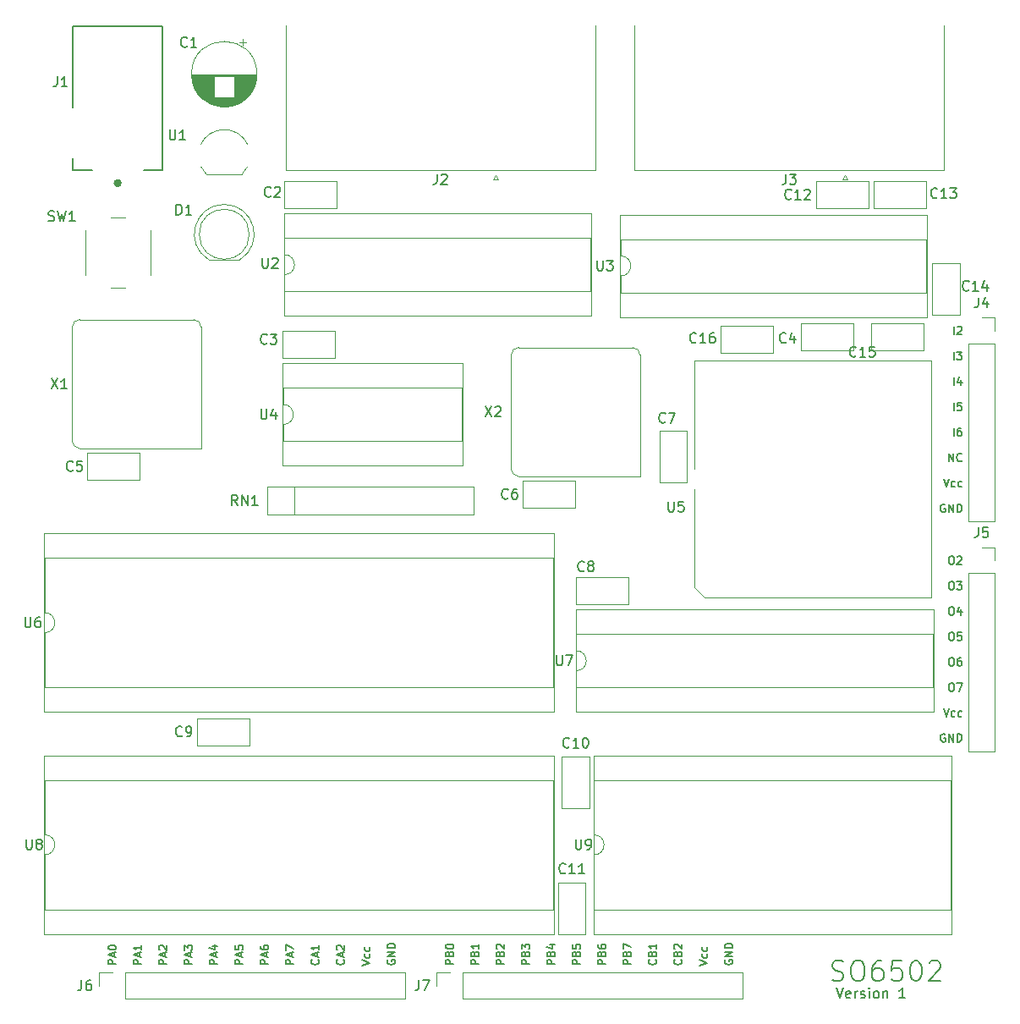
<source format=gbr>
%TF.GenerationSoftware,KiCad,Pcbnew,(5.1.6)-1*%
%TF.CreationDate,2020-10-12T18:58:51-06:00*%
%TF.ProjectId,SO6502,534f3635-3032-42e6-9b69-6361645f7063,1*%
%TF.SameCoordinates,Original*%
%TF.FileFunction,Legend,Top*%
%TF.FilePolarity,Positive*%
%FSLAX46Y46*%
G04 Gerber Fmt 4.6, Leading zero omitted, Abs format (unit mm)*
G04 Created by KiCad (PCBNEW (5.1.6)-1) date 2020-10-12 18:58:51*
%MOMM*%
%LPD*%
G01*
G04 APERTURE LIST*
%ADD10C,0.150000*%
%ADD11C,0.120000*%
%ADD12C,0.400000*%
%ADD13C,0.127000*%
G04 APERTURE END LIST*
D10*
X104755904Y-119519571D02*
X103955904Y-119519571D01*
X103955904Y-119214809D01*
X103994000Y-119138618D01*
X104032095Y-119100523D01*
X104108285Y-119062428D01*
X104222571Y-119062428D01*
X104298761Y-119100523D01*
X104336857Y-119138618D01*
X104374952Y-119214809D01*
X104374952Y-119519571D01*
X104336857Y-118452904D02*
X104374952Y-118338618D01*
X104413047Y-118300523D01*
X104489238Y-118262428D01*
X104603523Y-118262428D01*
X104679714Y-118300523D01*
X104717809Y-118338618D01*
X104755904Y-118414809D01*
X104755904Y-118719571D01*
X103955904Y-118719571D01*
X103955904Y-118452904D01*
X103994000Y-118376714D01*
X104032095Y-118338618D01*
X104108285Y-118300523D01*
X104184476Y-118300523D01*
X104260666Y-118338618D01*
X104298761Y-118376714D01*
X104336857Y-118452904D01*
X104336857Y-118719571D01*
X104222571Y-117576714D02*
X104755904Y-117576714D01*
X103917809Y-117767190D02*
X104489238Y-117957666D01*
X104489238Y-117462428D01*
X102215904Y-119519571D02*
X101415904Y-119519571D01*
X101415904Y-119214809D01*
X101454000Y-119138618D01*
X101492095Y-119100523D01*
X101568285Y-119062428D01*
X101682571Y-119062428D01*
X101758761Y-119100523D01*
X101796857Y-119138618D01*
X101834952Y-119214809D01*
X101834952Y-119519571D01*
X101796857Y-118452904D02*
X101834952Y-118338618D01*
X101873047Y-118300523D01*
X101949238Y-118262428D01*
X102063523Y-118262428D01*
X102139714Y-118300523D01*
X102177809Y-118338618D01*
X102215904Y-118414809D01*
X102215904Y-118719571D01*
X101415904Y-118719571D01*
X101415904Y-118452904D01*
X101454000Y-118376714D01*
X101492095Y-118338618D01*
X101568285Y-118300523D01*
X101644476Y-118300523D01*
X101720666Y-118338618D01*
X101758761Y-118376714D01*
X101796857Y-118452904D01*
X101796857Y-118719571D01*
X101415904Y-117995761D02*
X101415904Y-117500523D01*
X101720666Y-117767190D01*
X101720666Y-117652904D01*
X101758761Y-117576714D01*
X101796857Y-117538618D01*
X101873047Y-117500523D01*
X102063523Y-117500523D01*
X102139714Y-117538618D01*
X102177809Y-117576714D01*
X102215904Y-117652904D01*
X102215904Y-117881475D01*
X102177809Y-117957666D01*
X102139714Y-117995761D01*
X99675904Y-119519571D02*
X98875904Y-119519571D01*
X98875904Y-119214809D01*
X98914000Y-119138618D01*
X98952095Y-119100523D01*
X99028285Y-119062428D01*
X99142571Y-119062428D01*
X99218761Y-119100523D01*
X99256857Y-119138618D01*
X99294952Y-119214809D01*
X99294952Y-119519571D01*
X99256857Y-118452904D02*
X99294952Y-118338618D01*
X99333047Y-118300523D01*
X99409238Y-118262428D01*
X99523523Y-118262428D01*
X99599714Y-118300523D01*
X99637809Y-118338618D01*
X99675904Y-118414809D01*
X99675904Y-118719571D01*
X98875904Y-118719571D01*
X98875904Y-118452904D01*
X98914000Y-118376714D01*
X98952095Y-118338618D01*
X99028285Y-118300523D01*
X99104476Y-118300523D01*
X99180666Y-118338618D01*
X99218761Y-118376714D01*
X99256857Y-118452904D01*
X99256857Y-118719571D01*
X98952095Y-117957666D02*
X98914000Y-117919571D01*
X98875904Y-117843380D01*
X98875904Y-117652904D01*
X98914000Y-117576714D01*
X98952095Y-117538618D01*
X99028285Y-117500523D01*
X99104476Y-117500523D01*
X99218761Y-117538618D01*
X99675904Y-117995761D01*
X99675904Y-117500523D01*
X143789476Y-96501000D02*
X143713285Y-96462904D01*
X143599000Y-96462904D01*
X143484714Y-96501000D01*
X143408523Y-96577190D01*
X143370428Y-96653380D01*
X143332333Y-96805761D01*
X143332333Y-96920047D01*
X143370428Y-97072428D01*
X143408523Y-97148619D01*
X143484714Y-97224809D01*
X143599000Y-97262904D01*
X143675190Y-97262904D01*
X143789476Y-97224809D01*
X143827571Y-97186714D01*
X143827571Y-96920047D01*
X143675190Y-96920047D01*
X144170428Y-97262904D02*
X144170428Y-96462904D01*
X144627571Y-97262904D01*
X144627571Y-96462904D01*
X145008523Y-97262904D02*
X145008523Y-96462904D01*
X145199000Y-96462904D01*
X145313285Y-96501000D01*
X145389476Y-96577190D01*
X145427571Y-96653380D01*
X145465666Y-96805761D01*
X145465666Y-96920047D01*
X145427571Y-97072428D01*
X145389476Y-97148619D01*
X145313285Y-97224809D01*
X145199000Y-97262904D01*
X145008523Y-97262904D01*
X143637095Y-93922904D02*
X143903761Y-94722904D01*
X144170428Y-93922904D01*
X144779952Y-94684809D02*
X144703761Y-94722904D01*
X144551380Y-94722904D01*
X144475190Y-94684809D01*
X144437095Y-94646714D01*
X144398999Y-94570523D01*
X144398999Y-94341952D01*
X144437095Y-94265761D01*
X144475190Y-94227666D01*
X144551380Y-94189571D01*
X144703761Y-94189571D01*
X144779952Y-94227666D01*
X145465666Y-94684809D02*
X145389476Y-94722904D01*
X145237095Y-94722904D01*
X145160904Y-94684809D01*
X145122809Y-94646714D01*
X145084714Y-94570523D01*
X145084714Y-94341952D01*
X145122809Y-94265761D01*
X145160904Y-94227666D01*
X145237095Y-94189571D01*
X145389476Y-94189571D01*
X145465666Y-94227666D01*
X144360905Y-91382904D02*
X144513286Y-91382904D01*
X144589476Y-91421000D01*
X144665667Y-91497190D01*
X144703762Y-91649571D01*
X144703762Y-91916238D01*
X144665667Y-92068619D01*
X144589476Y-92144809D01*
X144513286Y-92182904D01*
X144360905Y-92182904D01*
X144284714Y-92144809D01*
X144208524Y-92068619D01*
X144170428Y-91916238D01*
X144170428Y-91649571D01*
X144208524Y-91497190D01*
X144284714Y-91421000D01*
X144360905Y-91382904D01*
X144970428Y-91382904D02*
X145503762Y-91382904D01*
X145160905Y-92182904D01*
X144360905Y-88842904D02*
X144513286Y-88842904D01*
X144589476Y-88881000D01*
X144665667Y-88957190D01*
X144703762Y-89109571D01*
X144703762Y-89376238D01*
X144665667Y-89528619D01*
X144589476Y-89604809D01*
X144513286Y-89642904D01*
X144360905Y-89642904D01*
X144284714Y-89604809D01*
X144208524Y-89528619D01*
X144170428Y-89376238D01*
X144170428Y-89109571D01*
X144208524Y-88957190D01*
X144284714Y-88881000D01*
X144360905Y-88842904D01*
X145389476Y-88842904D02*
X145237095Y-88842904D01*
X145160905Y-88881000D01*
X145122809Y-88919095D01*
X145046619Y-89033380D01*
X145008524Y-89185761D01*
X145008524Y-89490523D01*
X145046619Y-89566714D01*
X145084714Y-89604809D01*
X145160905Y-89642904D01*
X145313286Y-89642904D01*
X145389476Y-89604809D01*
X145427571Y-89566714D01*
X145465667Y-89490523D01*
X145465667Y-89300047D01*
X145427571Y-89223857D01*
X145389476Y-89185761D01*
X145313286Y-89147666D01*
X145160905Y-89147666D01*
X145084714Y-89185761D01*
X145046619Y-89223857D01*
X145008524Y-89300047D01*
X144360905Y-86302904D02*
X144513286Y-86302904D01*
X144589476Y-86341000D01*
X144665667Y-86417190D01*
X144703762Y-86569571D01*
X144703762Y-86836238D01*
X144665667Y-86988619D01*
X144589476Y-87064809D01*
X144513286Y-87102904D01*
X144360905Y-87102904D01*
X144284714Y-87064809D01*
X144208524Y-86988619D01*
X144170428Y-86836238D01*
X144170428Y-86569571D01*
X144208524Y-86417190D01*
X144284714Y-86341000D01*
X144360905Y-86302904D01*
X145427571Y-86302904D02*
X145046619Y-86302904D01*
X145008524Y-86683857D01*
X145046619Y-86645761D01*
X145122809Y-86607666D01*
X145313286Y-86607666D01*
X145389476Y-86645761D01*
X145427571Y-86683857D01*
X145465667Y-86760047D01*
X145465667Y-86950523D01*
X145427571Y-87026714D01*
X145389476Y-87064809D01*
X145313286Y-87102904D01*
X145122809Y-87102904D01*
X145046619Y-87064809D01*
X145008524Y-87026714D01*
X144360905Y-83762904D02*
X144513286Y-83762904D01*
X144589476Y-83801000D01*
X144665667Y-83877190D01*
X144703762Y-84029571D01*
X144703762Y-84296238D01*
X144665667Y-84448619D01*
X144589476Y-84524809D01*
X144513286Y-84562904D01*
X144360905Y-84562904D01*
X144284714Y-84524809D01*
X144208524Y-84448619D01*
X144170428Y-84296238D01*
X144170428Y-84029571D01*
X144208524Y-83877190D01*
X144284714Y-83801000D01*
X144360905Y-83762904D01*
X145389476Y-84029571D02*
X145389476Y-84562904D01*
X145199000Y-83724809D02*
X145008524Y-84296238D01*
X145503762Y-84296238D01*
X144360905Y-81222904D02*
X144513286Y-81222904D01*
X144589476Y-81261000D01*
X144665667Y-81337190D01*
X144703762Y-81489571D01*
X144703762Y-81756238D01*
X144665667Y-81908619D01*
X144589476Y-81984809D01*
X144513286Y-82022904D01*
X144360905Y-82022904D01*
X144284714Y-81984809D01*
X144208524Y-81908619D01*
X144170428Y-81756238D01*
X144170428Y-81489571D01*
X144208524Y-81337190D01*
X144284714Y-81261000D01*
X144360905Y-81222904D01*
X144970428Y-81222904D02*
X145465667Y-81222904D01*
X145199000Y-81527666D01*
X145313286Y-81527666D01*
X145389476Y-81565761D01*
X145427571Y-81603857D01*
X145465667Y-81680047D01*
X145465667Y-81870523D01*
X145427571Y-81946714D01*
X145389476Y-81984809D01*
X145313286Y-82022904D01*
X145084714Y-82022904D01*
X145008524Y-81984809D01*
X144970428Y-81946714D01*
X144360905Y-78682904D02*
X144513286Y-78682904D01*
X144589476Y-78721000D01*
X144665667Y-78797190D01*
X144703762Y-78949571D01*
X144703762Y-79216238D01*
X144665667Y-79368619D01*
X144589476Y-79444809D01*
X144513286Y-79482904D01*
X144360905Y-79482904D01*
X144284714Y-79444809D01*
X144208524Y-79368619D01*
X144170428Y-79216238D01*
X144170428Y-78949571D01*
X144208524Y-78797190D01*
X144284714Y-78721000D01*
X144360905Y-78682904D01*
X145008524Y-78759095D02*
X145046619Y-78721000D01*
X145122809Y-78682904D01*
X145313286Y-78682904D01*
X145389476Y-78721000D01*
X145427571Y-78759095D01*
X145465667Y-78835285D01*
X145465667Y-78911476D01*
X145427571Y-79025761D01*
X144970428Y-79482904D01*
X145465667Y-79482904D01*
X143789476Y-73514000D02*
X143713285Y-73475904D01*
X143599000Y-73475904D01*
X143484714Y-73514000D01*
X143408523Y-73590190D01*
X143370428Y-73666380D01*
X143332333Y-73818761D01*
X143332333Y-73933047D01*
X143370428Y-74085428D01*
X143408523Y-74161619D01*
X143484714Y-74237809D01*
X143599000Y-74275904D01*
X143675190Y-74275904D01*
X143789476Y-74237809D01*
X143827571Y-74199714D01*
X143827571Y-73933047D01*
X143675190Y-73933047D01*
X144170428Y-74275904D02*
X144170428Y-73475904D01*
X144627571Y-74275904D01*
X144627571Y-73475904D01*
X145008523Y-74275904D02*
X145008523Y-73475904D01*
X145199000Y-73475904D01*
X145313285Y-73514000D01*
X145389476Y-73590190D01*
X145427571Y-73666380D01*
X145465666Y-73818761D01*
X145465666Y-73933047D01*
X145427571Y-74085428D01*
X145389476Y-74161619D01*
X145313285Y-74237809D01*
X145199000Y-74275904D01*
X145008523Y-74275904D01*
X143637095Y-70935904D02*
X143903761Y-71735904D01*
X144170428Y-70935904D01*
X144779952Y-71697809D02*
X144703761Y-71735904D01*
X144551380Y-71735904D01*
X144475190Y-71697809D01*
X144437095Y-71659714D01*
X144398999Y-71583523D01*
X144398999Y-71354952D01*
X144437095Y-71278761D01*
X144475190Y-71240666D01*
X144551380Y-71202571D01*
X144703761Y-71202571D01*
X144779952Y-71240666D01*
X145465666Y-71697809D02*
X145389476Y-71735904D01*
X145237095Y-71735904D01*
X145160904Y-71697809D01*
X145122809Y-71659714D01*
X145084714Y-71583523D01*
X145084714Y-71354952D01*
X145122809Y-71278761D01*
X145160904Y-71240666D01*
X145237095Y-71202571D01*
X145389476Y-71202571D01*
X145465666Y-71240666D01*
X144170428Y-69195904D02*
X144170428Y-68395904D01*
X144627571Y-69195904D01*
X144627571Y-68395904D01*
X145465666Y-69119714D02*
X145427571Y-69157809D01*
X145313285Y-69195904D01*
X145237095Y-69195904D01*
X145122809Y-69157809D01*
X145046619Y-69081619D01*
X145008523Y-69005428D01*
X144970428Y-68853047D01*
X144970428Y-68738761D01*
X145008523Y-68586380D01*
X145046619Y-68510190D01*
X145122809Y-68434000D01*
X145237095Y-68395904D01*
X145313285Y-68395904D01*
X145427571Y-68434000D01*
X145465666Y-68472095D01*
X144653047Y-66655904D02*
X144653047Y-65855904D01*
X145376857Y-65855904D02*
X145224476Y-65855904D01*
X145148285Y-65894000D01*
X145110190Y-65932095D01*
X145034000Y-66046380D01*
X144995904Y-66198761D01*
X144995904Y-66503523D01*
X145034000Y-66579714D01*
X145072095Y-66617809D01*
X145148285Y-66655904D01*
X145300666Y-66655904D01*
X145376857Y-66617809D01*
X145414952Y-66579714D01*
X145453047Y-66503523D01*
X145453047Y-66313047D01*
X145414952Y-66236857D01*
X145376857Y-66198761D01*
X145300666Y-66160666D01*
X145148285Y-66160666D01*
X145072095Y-66198761D01*
X145034000Y-66236857D01*
X144995904Y-66313047D01*
X144653047Y-64115904D02*
X144653047Y-63315904D01*
X145414952Y-63315904D02*
X145034000Y-63315904D01*
X144995904Y-63696857D01*
X145034000Y-63658761D01*
X145110190Y-63620666D01*
X145300666Y-63620666D01*
X145376857Y-63658761D01*
X145414952Y-63696857D01*
X145453047Y-63773047D01*
X145453047Y-63963523D01*
X145414952Y-64039714D01*
X145376857Y-64077809D01*
X145300666Y-64115904D01*
X145110190Y-64115904D01*
X145034000Y-64077809D01*
X144995904Y-64039714D01*
X144665666Y-61575904D02*
X144665666Y-60775904D01*
X145389476Y-61042571D02*
X145389476Y-61575904D01*
X145198999Y-60737809D02*
X145008523Y-61309238D01*
X145503761Y-61309238D01*
X144665666Y-59035904D02*
X144665666Y-58235904D01*
X144970428Y-58235904D02*
X145465666Y-58235904D01*
X145198999Y-58540666D01*
X145313285Y-58540666D01*
X145389476Y-58578761D01*
X145427571Y-58616857D01*
X145465666Y-58693047D01*
X145465666Y-58883523D01*
X145427571Y-58959714D01*
X145389476Y-58997809D01*
X145313285Y-59035904D01*
X145084714Y-59035904D01*
X145008523Y-58997809D01*
X144970428Y-58959714D01*
X144653047Y-56495904D02*
X144653047Y-55695904D01*
X144995904Y-55772095D02*
X145034000Y-55734000D01*
X145110190Y-55695904D01*
X145300666Y-55695904D01*
X145376857Y-55734000D01*
X145414952Y-55772095D01*
X145453047Y-55848285D01*
X145453047Y-55924476D01*
X145414952Y-56038761D01*
X144957809Y-56495904D01*
X145453047Y-56495904D01*
X107295904Y-119519571D02*
X106495904Y-119519571D01*
X106495904Y-119214809D01*
X106534000Y-119138618D01*
X106572095Y-119100523D01*
X106648285Y-119062428D01*
X106762571Y-119062428D01*
X106838761Y-119100523D01*
X106876857Y-119138618D01*
X106914952Y-119214809D01*
X106914952Y-119519571D01*
X106876857Y-118452904D02*
X106914952Y-118338618D01*
X106953047Y-118300523D01*
X107029238Y-118262428D01*
X107143523Y-118262428D01*
X107219714Y-118300523D01*
X107257809Y-118338618D01*
X107295904Y-118414809D01*
X107295904Y-118719571D01*
X106495904Y-118719571D01*
X106495904Y-118452904D01*
X106534000Y-118376714D01*
X106572095Y-118338618D01*
X106648285Y-118300523D01*
X106724476Y-118300523D01*
X106800666Y-118338618D01*
X106838761Y-118376714D01*
X106876857Y-118452904D01*
X106876857Y-118719571D01*
X106495904Y-117538618D02*
X106495904Y-117919571D01*
X106876857Y-117957666D01*
X106838761Y-117919571D01*
X106800666Y-117843380D01*
X106800666Y-117652904D01*
X106838761Y-117576714D01*
X106876857Y-117538618D01*
X106953047Y-117500523D01*
X107143523Y-117500523D01*
X107219714Y-117538618D01*
X107257809Y-117576714D01*
X107295904Y-117652904D01*
X107295904Y-117843380D01*
X107257809Y-117919571D01*
X107219714Y-117957666D01*
X94595904Y-119519571D02*
X93795904Y-119519571D01*
X93795904Y-119214809D01*
X93834000Y-119138618D01*
X93872095Y-119100523D01*
X93948285Y-119062428D01*
X94062571Y-119062428D01*
X94138761Y-119100523D01*
X94176857Y-119138618D01*
X94214952Y-119214809D01*
X94214952Y-119519571D01*
X94176857Y-118452904D02*
X94214952Y-118338618D01*
X94253047Y-118300523D01*
X94329238Y-118262428D01*
X94443523Y-118262428D01*
X94519714Y-118300523D01*
X94557809Y-118338618D01*
X94595904Y-118414809D01*
X94595904Y-118719571D01*
X93795904Y-118719571D01*
X93795904Y-118452904D01*
X93834000Y-118376714D01*
X93872095Y-118338618D01*
X93948285Y-118300523D01*
X94024476Y-118300523D01*
X94100666Y-118338618D01*
X94138761Y-118376714D01*
X94176857Y-118452904D01*
X94176857Y-118719571D01*
X93795904Y-117767190D02*
X93795904Y-117690999D01*
X93834000Y-117614809D01*
X93872095Y-117576714D01*
X93948285Y-117538618D01*
X94100666Y-117500523D01*
X94291142Y-117500523D01*
X94443523Y-117538618D01*
X94519714Y-117576714D01*
X94557809Y-117614809D01*
X94595904Y-117690999D01*
X94595904Y-117767190D01*
X94557809Y-117843380D01*
X94519714Y-117881475D01*
X94443523Y-117919571D01*
X94291142Y-117957666D01*
X94100666Y-117957666D01*
X93948285Y-117919571D01*
X93872095Y-117881475D01*
X93834000Y-117843380D01*
X93795904Y-117767190D01*
X97135904Y-119519571D02*
X96335904Y-119519571D01*
X96335904Y-119214809D01*
X96374000Y-119138618D01*
X96412095Y-119100523D01*
X96488285Y-119062428D01*
X96602571Y-119062428D01*
X96678761Y-119100523D01*
X96716857Y-119138618D01*
X96754952Y-119214809D01*
X96754952Y-119519571D01*
X96716857Y-118452904D02*
X96754952Y-118338618D01*
X96793047Y-118300523D01*
X96869238Y-118262428D01*
X96983523Y-118262428D01*
X97059714Y-118300523D01*
X97097809Y-118338618D01*
X97135904Y-118414809D01*
X97135904Y-118719571D01*
X96335904Y-118719571D01*
X96335904Y-118452904D01*
X96374000Y-118376714D01*
X96412095Y-118338618D01*
X96488285Y-118300523D01*
X96564476Y-118300523D01*
X96640666Y-118338618D01*
X96678761Y-118376714D01*
X96716857Y-118452904D01*
X96716857Y-118719571D01*
X97135904Y-117500523D02*
X97135904Y-117957666D01*
X97135904Y-117729095D02*
X96335904Y-117729095D01*
X96450190Y-117805285D01*
X96526380Y-117881475D01*
X96564476Y-117957666D01*
X114839714Y-119062428D02*
X114877809Y-119100523D01*
X114915904Y-119214809D01*
X114915904Y-119290999D01*
X114877809Y-119405285D01*
X114801619Y-119481475D01*
X114725428Y-119519571D01*
X114573047Y-119557666D01*
X114458761Y-119557666D01*
X114306380Y-119519571D01*
X114230190Y-119481475D01*
X114154000Y-119405285D01*
X114115904Y-119290999D01*
X114115904Y-119214809D01*
X114154000Y-119100523D01*
X114192095Y-119062428D01*
X114496857Y-118452904D02*
X114534952Y-118338618D01*
X114573047Y-118300523D01*
X114649238Y-118262428D01*
X114763523Y-118262428D01*
X114839714Y-118300523D01*
X114877809Y-118338618D01*
X114915904Y-118414809D01*
X114915904Y-118719571D01*
X114115904Y-118719571D01*
X114115904Y-118452904D01*
X114154000Y-118376714D01*
X114192095Y-118338618D01*
X114268285Y-118300523D01*
X114344476Y-118300523D01*
X114420666Y-118338618D01*
X114458761Y-118376714D01*
X114496857Y-118452904D01*
X114496857Y-118719571D01*
X114915904Y-117500523D02*
X114915904Y-117957666D01*
X114915904Y-117729095D02*
X114115904Y-117729095D01*
X114230190Y-117805285D01*
X114306380Y-117881475D01*
X114344476Y-117957666D01*
X112375904Y-119519571D02*
X111575904Y-119519571D01*
X111575904Y-119214809D01*
X111614000Y-119138618D01*
X111652095Y-119100523D01*
X111728285Y-119062428D01*
X111842571Y-119062428D01*
X111918761Y-119100523D01*
X111956857Y-119138618D01*
X111994952Y-119214809D01*
X111994952Y-119519571D01*
X111956857Y-118452904D02*
X111994952Y-118338618D01*
X112033047Y-118300523D01*
X112109238Y-118262428D01*
X112223523Y-118262428D01*
X112299714Y-118300523D01*
X112337809Y-118338618D01*
X112375904Y-118414809D01*
X112375904Y-118719571D01*
X111575904Y-118719571D01*
X111575904Y-118452904D01*
X111614000Y-118376714D01*
X111652095Y-118338618D01*
X111728285Y-118300523D01*
X111804476Y-118300523D01*
X111880666Y-118338618D01*
X111918761Y-118376714D01*
X111956857Y-118452904D01*
X111956857Y-118719571D01*
X111575904Y-117995761D02*
X111575904Y-117462428D01*
X112375904Y-117805285D01*
X109835904Y-119519571D02*
X109035904Y-119519571D01*
X109035904Y-119214809D01*
X109074000Y-119138618D01*
X109112095Y-119100523D01*
X109188285Y-119062428D01*
X109302571Y-119062428D01*
X109378761Y-119100523D01*
X109416857Y-119138618D01*
X109454952Y-119214809D01*
X109454952Y-119519571D01*
X109416857Y-118452904D02*
X109454952Y-118338618D01*
X109493047Y-118300523D01*
X109569238Y-118262428D01*
X109683523Y-118262428D01*
X109759714Y-118300523D01*
X109797809Y-118338618D01*
X109835904Y-118414809D01*
X109835904Y-118719571D01*
X109035904Y-118719571D01*
X109035904Y-118452904D01*
X109074000Y-118376714D01*
X109112095Y-118338618D01*
X109188285Y-118300523D01*
X109264476Y-118300523D01*
X109340666Y-118338618D01*
X109378761Y-118376714D01*
X109416857Y-118452904D01*
X109416857Y-118719571D01*
X109035904Y-117576714D02*
X109035904Y-117729095D01*
X109074000Y-117805285D01*
X109112095Y-117843380D01*
X109226380Y-117919571D01*
X109378761Y-117957666D01*
X109683523Y-117957666D01*
X109759714Y-117919571D01*
X109797809Y-117881475D01*
X109835904Y-117805285D01*
X109835904Y-117652904D01*
X109797809Y-117576714D01*
X109759714Y-117538618D01*
X109683523Y-117500523D01*
X109493047Y-117500523D01*
X109416857Y-117538618D01*
X109378761Y-117576714D01*
X109340666Y-117652904D01*
X109340666Y-117805285D01*
X109378761Y-117881475D01*
X109416857Y-117919571D01*
X109493047Y-117957666D01*
X119195904Y-119633856D02*
X119995904Y-119367190D01*
X119195904Y-119100523D01*
X119957809Y-118490999D02*
X119995904Y-118567190D01*
X119995904Y-118719571D01*
X119957809Y-118795761D01*
X119919714Y-118833856D01*
X119843523Y-118871952D01*
X119614952Y-118871952D01*
X119538761Y-118833856D01*
X119500666Y-118795761D01*
X119462571Y-118719571D01*
X119462571Y-118567190D01*
X119500666Y-118490999D01*
X119957809Y-117805285D02*
X119995904Y-117881476D01*
X119995904Y-118033856D01*
X119957809Y-118110047D01*
X119919714Y-118148142D01*
X119843523Y-118186237D01*
X119614952Y-118186237D01*
X119538761Y-118148142D01*
X119500666Y-118110047D01*
X119462571Y-118033856D01*
X119462571Y-117881476D01*
X119500666Y-117805285D01*
X117379714Y-119062428D02*
X117417809Y-119100523D01*
X117455904Y-119214809D01*
X117455904Y-119290999D01*
X117417809Y-119405285D01*
X117341619Y-119481475D01*
X117265428Y-119519571D01*
X117113047Y-119557666D01*
X116998761Y-119557666D01*
X116846380Y-119519571D01*
X116770190Y-119481475D01*
X116694000Y-119405285D01*
X116655904Y-119290999D01*
X116655904Y-119214809D01*
X116694000Y-119100523D01*
X116732095Y-119062428D01*
X117036857Y-118452904D02*
X117074952Y-118338618D01*
X117113047Y-118300523D01*
X117189238Y-118262428D01*
X117303523Y-118262428D01*
X117379714Y-118300523D01*
X117417809Y-118338618D01*
X117455904Y-118414809D01*
X117455904Y-118719571D01*
X116655904Y-118719571D01*
X116655904Y-118452904D01*
X116694000Y-118376714D01*
X116732095Y-118338618D01*
X116808285Y-118300523D01*
X116884476Y-118300523D01*
X116960666Y-118338618D01*
X116998761Y-118376714D01*
X117036857Y-118452904D01*
X117036857Y-118719571D01*
X116732095Y-117957666D02*
X116694000Y-117919571D01*
X116655904Y-117843380D01*
X116655904Y-117652904D01*
X116694000Y-117576714D01*
X116732095Y-117538618D01*
X116808285Y-117500523D01*
X116884476Y-117500523D01*
X116998761Y-117538618D01*
X117455904Y-117995761D01*
X117455904Y-117500523D01*
X121774000Y-119100523D02*
X121735904Y-119176714D01*
X121735904Y-119291000D01*
X121774000Y-119405285D01*
X121850190Y-119481476D01*
X121926380Y-119519571D01*
X122078761Y-119557666D01*
X122193047Y-119557666D01*
X122345428Y-119519571D01*
X122421619Y-119481476D01*
X122497809Y-119405285D01*
X122535904Y-119291000D01*
X122535904Y-119214809D01*
X122497809Y-119100523D01*
X122459714Y-119062428D01*
X122193047Y-119062428D01*
X122193047Y-119214809D01*
X122535904Y-118719571D02*
X121735904Y-118719571D01*
X122535904Y-118262428D01*
X121735904Y-118262428D01*
X122535904Y-117881476D02*
X121735904Y-117881476D01*
X121735904Y-117691000D01*
X121774000Y-117576714D01*
X121850190Y-117500523D01*
X121926380Y-117462428D01*
X122078761Y-117424333D01*
X122193047Y-117424333D01*
X122345428Y-117462428D01*
X122421619Y-117500523D01*
X122497809Y-117576714D01*
X122535904Y-117691000D01*
X122535904Y-117881476D01*
X87992000Y-119100523D02*
X87953904Y-119176714D01*
X87953904Y-119291000D01*
X87992000Y-119405285D01*
X88068190Y-119481476D01*
X88144380Y-119519571D01*
X88296761Y-119557666D01*
X88411047Y-119557666D01*
X88563428Y-119519571D01*
X88639619Y-119481476D01*
X88715809Y-119405285D01*
X88753904Y-119291000D01*
X88753904Y-119214809D01*
X88715809Y-119100523D01*
X88677714Y-119062428D01*
X88411047Y-119062428D01*
X88411047Y-119214809D01*
X88753904Y-118719571D02*
X87953904Y-118719571D01*
X88753904Y-118262428D01*
X87953904Y-118262428D01*
X88753904Y-117881476D02*
X87953904Y-117881476D01*
X87953904Y-117691000D01*
X87992000Y-117576714D01*
X88068190Y-117500523D01*
X88144380Y-117462428D01*
X88296761Y-117424333D01*
X88411047Y-117424333D01*
X88563428Y-117462428D01*
X88639619Y-117500523D01*
X88715809Y-117576714D01*
X88753904Y-117691000D01*
X88753904Y-117881476D01*
X85413904Y-119633856D02*
X86213904Y-119367190D01*
X85413904Y-119100523D01*
X86175809Y-118490999D02*
X86213904Y-118567190D01*
X86213904Y-118719571D01*
X86175809Y-118795761D01*
X86137714Y-118833856D01*
X86061523Y-118871952D01*
X85832952Y-118871952D01*
X85756761Y-118833856D01*
X85718666Y-118795761D01*
X85680571Y-118719571D01*
X85680571Y-118567190D01*
X85718666Y-118490999D01*
X86175809Y-117805285D02*
X86213904Y-117881476D01*
X86213904Y-118033856D01*
X86175809Y-118110047D01*
X86137714Y-118148142D01*
X86061523Y-118186237D01*
X85832952Y-118186237D01*
X85756761Y-118148142D01*
X85718666Y-118110047D01*
X85680571Y-118033856D01*
X85680571Y-117881476D01*
X85718666Y-117805285D01*
X83597714Y-119062428D02*
X83635809Y-119100523D01*
X83673904Y-119214809D01*
X83673904Y-119290999D01*
X83635809Y-119405285D01*
X83559619Y-119481476D01*
X83483428Y-119519571D01*
X83331047Y-119557666D01*
X83216761Y-119557666D01*
X83064380Y-119519571D01*
X82988190Y-119481476D01*
X82912000Y-119405285D01*
X82873904Y-119290999D01*
X82873904Y-119214809D01*
X82912000Y-119100523D01*
X82950095Y-119062428D01*
X83445333Y-118757666D02*
X83445333Y-118376714D01*
X83673904Y-118833857D02*
X82873904Y-118567190D01*
X83673904Y-118300523D01*
X82950095Y-118071952D02*
X82912000Y-118033857D01*
X82873904Y-117957666D01*
X82873904Y-117767190D01*
X82912000Y-117690999D01*
X82950095Y-117652904D01*
X83026285Y-117614809D01*
X83102476Y-117614809D01*
X83216761Y-117652904D01*
X83673904Y-118110047D01*
X83673904Y-117614809D01*
X81057714Y-119062428D02*
X81095809Y-119100523D01*
X81133904Y-119214809D01*
X81133904Y-119290999D01*
X81095809Y-119405285D01*
X81019619Y-119481476D01*
X80943428Y-119519571D01*
X80791047Y-119557666D01*
X80676761Y-119557666D01*
X80524380Y-119519571D01*
X80448190Y-119481476D01*
X80372000Y-119405285D01*
X80333904Y-119290999D01*
X80333904Y-119214809D01*
X80372000Y-119100523D01*
X80410095Y-119062428D01*
X80905333Y-118757666D02*
X80905333Y-118376714D01*
X81133904Y-118833857D02*
X80333904Y-118567190D01*
X81133904Y-118300523D01*
X81133904Y-117614809D02*
X81133904Y-118071952D01*
X81133904Y-117843380D02*
X80333904Y-117843380D01*
X80448190Y-117919571D01*
X80524380Y-117995761D01*
X80562476Y-118071952D01*
X78593904Y-119519571D02*
X77793904Y-119519571D01*
X77793904Y-119214809D01*
X77832000Y-119138618D01*
X77870095Y-119100523D01*
X77946285Y-119062428D01*
X78060571Y-119062428D01*
X78136761Y-119100523D01*
X78174857Y-119138618D01*
X78212952Y-119214809D01*
X78212952Y-119519571D01*
X78365333Y-118757666D02*
X78365333Y-118376714D01*
X78593904Y-118833857D02*
X77793904Y-118567190D01*
X78593904Y-118300523D01*
X77793904Y-118110047D02*
X77793904Y-117576714D01*
X78593904Y-117919571D01*
X76053904Y-119519571D02*
X75253904Y-119519571D01*
X75253904Y-119214809D01*
X75292000Y-119138618D01*
X75330095Y-119100523D01*
X75406285Y-119062428D01*
X75520571Y-119062428D01*
X75596761Y-119100523D01*
X75634857Y-119138618D01*
X75672952Y-119214809D01*
X75672952Y-119519571D01*
X75825333Y-118757666D02*
X75825333Y-118376714D01*
X76053904Y-118833857D02*
X75253904Y-118567190D01*
X76053904Y-118300523D01*
X75253904Y-117690999D02*
X75253904Y-117843380D01*
X75292000Y-117919571D01*
X75330095Y-117957666D01*
X75444380Y-118033857D01*
X75596761Y-118071952D01*
X75901523Y-118071952D01*
X75977714Y-118033857D01*
X76015809Y-117995761D01*
X76053904Y-117919571D01*
X76053904Y-117767190D01*
X76015809Y-117690999D01*
X75977714Y-117652904D01*
X75901523Y-117614809D01*
X75711047Y-117614809D01*
X75634857Y-117652904D01*
X75596761Y-117690999D01*
X75558666Y-117767190D01*
X75558666Y-117919571D01*
X75596761Y-117995761D01*
X75634857Y-118033857D01*
X75711047Y-118071952D01*
X73513904Y-119519571D02*
X72713904Y-119519571D01*
X72713904Y-119214809D01*
X72752000Y-119138618D01*
X72790095Y-119100523D01*
X72866285Y-119062428D01*
X72980571Y-119062428D01*
X73056761Y-119100523D01*
X73094857Y-119138618D01*
X73132952Y-119214809D01*
X73132952Y-119519571D01*
X73285333Y-118757666D02*
X73285333Y-118376714D01*
X73513904Y-118833857D02*
X72713904Y-118567190D01*
X73513904Y-118300523D01*
X72713904Y-117652904D02*
X72713904Y-118033857D01*
X73094857Y-118071952D01*
X73056761Y-118033857D01*
X73018666Y-117957666D01*
X73018666Y-117767190D01*
X73056761Y-117690999D01*
X73094857Y-117652904D01*
X73171047Y-117614809D01*
X73361523Y-117614809D01*
X73437714Y-117652904D01*
X73475809Y-117690999D01*
X73513904Y-117767190D01*
X73513904Y-117957666D01*
X73475809Y-118033857D01*
X73437714Y-118071952D01*
X70973904Y-119519571D02*
X70173904Y-119519571D01*
X70173904Y-119214809D01*
X70212000Y-119138618D01*
X70250095Y-119100523D01*
X70326285Y-119062428D01*
X70440571Y-119062428D01*
X70516761Y-119100523D01*
X70554857Y-119138618D01*
X70592952Y-119214809D01*
X70592952Y-119519571D01*
X70745333Y-118757666D02*
X70745333Y-118376714D01*
X70973904Y-118833857D02*
X70173904Y-118567190D01*
X70973904Y-118300523D01*
X70440571Y-117690999D02*
X70973904Y-117690999D01*
X70135809Y-117881476D02*
X70707238Y-118071952D01*
X70707238Y-117576714D01*
X68433904Y-119519571D02*
X67633904Y-119519571D01*
X67633904Y-119214809D01*
X67672000Y-119138618D01*
X67710095Y-119100523D01*
X67786285Y-119062428D01*
X67900571Y-119062428D01*
X67976761Y-119100523D01*
X68014857Y-119138618D01*
X68052952Y-119214809D01*
X68052952Y-119519571D01*
X68205333Y-118757666D02*
X68205333Y-118376714D01*
X68433904Y-118833857D02*
X67633904Y-118567190D01*
X68433904Y-118300523D01*
X67633904Y-118110047D02*
X67633904Y-117614809D01*
X67938666Y-117881476D01*
X67938666Y-117767190D01*
X67976761Y-117690999D01*
X68014857Y-117652904D01*
X68091047Y-117614809D01*
X68281523Y-117614809D01*
X68357714Y-117652904D01*
X68395809Y-117690999D01*
X68433904Y-117767190D01*
X68433904Y-117995761D01*
X68395809Y-118071952D01*
X68357714Y-118110047D01*
X65893904Y-119519571D02*
X65093904Y-119519571D01*
X65093904Y-119214809D01*
X65132000Y-119138618D01*
X65170095Y-119100523D01*
X65246285Y-119062428D01*
X65360571Y-119062428D01*
X65436761Y-119100523D01*
X65474857Y-119138618D01*
X65512952Y-119214809D01*
X65512952Y-119519571D01*
X65665333Y-118757666D02*
X65665333Y-118376714D01*
X65893904Y-118833857D02*
X65093904Y-118567190D01*
X65893904Y-118300523D01*
X65170095Y-118071952D02*
X65132000Y-118033857D01*
X65093904Y-117957666D01*
X65093904Y-117767190D01*
X65132000Y-117690999D01*
X65170095Y-117652904D01*
X65246285Y-117614809D01*
X65322476Y-117614809D01*
X65436761Y-117652904D01*
X65893904Y-118110047D01*
X65893904Y-117614809D01*
X63353904Y-119519571D02*
X62553904Y-119519571D01*
X62553904Y-119214809D01*
X62592000Y-119138618D01*
X62630095Y-119100523D01*
X62706285Y-119062428D01*
X62820571Y-119062428D01*
X62896761Y-119100523D01*
X62934857Y-119138618D01*
X62972952Y-119214809D01*
X62972952Y-119519571D01*
X63125333Y-118757666D02*
X63125333Y-118376714D01*
X63353904Y-118833857D02*
X62553904Y-118567190D01*
X63353904Y-118300523D01*
X63353904Y-117614809D02*
X63353904Y-118071952D01*
X63353904Y-117843380D02*
X62553904Y-117843380D01*
X62668190Y-117919571D01*
X62744380Y-117995761D01*
X62782476Y-118071952D01*
X60813904Y-119519571D02*
X60013904Y-119519571D01*
X60013904Y-119214809D01*
X60052000Y-119138618D01*
X60090095Y-119100523D01*
X60166285Y-119062428D01*
X60280571Y-119062428D01*
X60356761Y-119100523D01*
X60394857Y-119138618D01*
X60432952Y-119214809D01*
X60432952Y-119519571D01*
X60585333Y-118757666D02*
X60585333Y-118376714D01*
X60813904Y-118833857D02*
X60013904Y-118567190D01*
X60813904Y-118300523D01*
X60013904Y-117881476D02*
X60013904Y-117805285D01*
X60052000Y-117729095D01*
X60090095Y-117690999D01*
X60166285Y-117652904D01*
X60318666Y-117614809D01*
X60509142Y-117614809D01*
X60661523Y-117652904D01*
X60737714Y-117690999D01*
X60775809Y-117729095D01*
X60813904Y-117805285D01*
X60813904Y-117881476D01*
X60775809Y-117957666D01*
X60737714Y-117995761D01*
X60661523Y-118033857D01*
X60509142Y-118071952D01*
X60318666Y-118071952D01*
X60166285Y-118033857D01*
X60090095Y-117995761D01*
X60052000Y-117957666D01*
X60013904Y-117881476D01*
X132921809Y-121880380D02*
X133255142Y-122880380D01*
X133588476Y-121880380D01*
X134302761Y-122832761D02*
X134207523Y-122880380D01*
X134017047Y-122880380D01*
X133921809Y-122832761D01*
X133874190Y-122737523D01*
X133874190Y-122356571D01*
X133921809Y-122261333D01*
X134017047Y-122213714D01*
X134207523Y-122213714D01*
X134302761Y-122261333D01*
X134350380Y-122356571D01*
X134350380Y-122451809D01*
X133874190Y-122547047D01*
X134778952Y-122880380D02*
X134778952Y-122213714D01*
X134778952Y-122404190D02*
X134826571Y-122308952D01*
X134874190Y-122261333D01*
X134969428Y-122213714D01*
X135064666Y-122213714D01*
X135350380Y-122832761D02*
X135445619Y-122880380D01*
X135636095Y-122880380D01*
X135731333Y-122832761D01*
X135778952Y-122737523D01*
X135778952Y-122689904D01*
X135731333Y-122594666D01*
X135636095Y-122547047D01*
X135493238Y-122547047D01*
X135398000Y-122499428D01*
X135350380Y-122404190D01*
X135350380Y-122356571D01*
X135398000Y-122261333D01*
X135493238Y-122213714D01*
X135636095Y-122213714D01*
X135731333Y-122261333D01*
X136207523Y-122880380D02*
X136207523Y-122213714D01*
X136207523Y-121880380D02*
X136159904Y-121928000D01*
X136207523Y-121975619D01*
X136255142Y-121928000D01*
X136207523Y-121880380D01*
X136207523Y-121975619D01*
X136826571Y-122880380D02*
X136731333Y-122832761D01*
X136683714Y-122785142D01*
X136636095Y-122689904D01*
X136636095Y-122404190D01*
X136683714Y-122308952D01*
X136731333Y-122261333D01*
X136826571Y-122213714D01*
X136969428Y-122213714D01*
X137064666Y-122261333D01*
X137112285Y-122308952D01*
X137159904Y-122404190D01*
X137159904Y-122689904D01*
X137112285Y-122785142D01*
X137064666Y-122832761D01*
X136969428Y-122880380D01*
X136826571Y-122880380D01*
X137588476Y-122213714D02*
X137588476Y-122880380D01*
X137588476Y-122308952D02*
X137636095Y-122261333D01*
X137731333Y-122213714D01*
X137874190Y-122213714D01*
X137969428Y-122261333D01*
X138017047Y-122356571D01*
X138017047Y-122880380D01*
X139778952Y-122880380D02*
X139207523Y-122880380D01*
X139493238Y-122880380D02*
X139493238Y-121880380D01*
X139398000Y-122023238D01*
X139302761Y-122118476D01*
X139207523Y-122166095D01*
X132493428Y-121078523D02*
X132779142Y-121173761D01*
X133255333Y-121173761D01*
X133445809Y-121078523D01*
X133541047Y-120983285D01*
X133636285Y-120792809D01*
X133636285Y-120602333D01*
X133541047Y-120411857D01*
X133445809Y-120316619D01*
X133255333Y-120221380D01*
X132874380Y-120126142D01*
X132683904Y-120030904D01*
X132588666Y-119935666D01*
X132493428Y-119745190D01*
X132493428Y-119554714D01*
X132588666Y-119364238D01*
X132683904Y-119269000D01*
X132874380Y-119173761D01*
X133350571Y-119173761D01*
X133636285Y-119269000D01*
X134874380Y-119173761D02*
X135255333Y-119173761D01*
X135445809Y-119269000D01*
X135636285Y-119459476D01*
X135731523Y-119840428D01*
X135731523Y-120507095D01*
X135636285Y-120888047D01*
X135445809Y-121078523D01*
X135255333Y-121173761D01*
X134874380Y-121173761D01*
X134683904Y-121078523D01*
X134493428Y-120888047D01*
X134398190Y-120507095D01*
X134398190Y-119840428D01*
X134493428Y-119459476D01*
X134683904Y-119269000D01*
X134874380Y-119173761D01*
X137445809Y-119173761D02*
X137064857Y-119173761D01*
X136874380Y-119269000D01*
X136779142Y-119364238D01*
X136588666Y-119649952D01*
X136493428Y-120030904D01*
X136493428Y-120792809D01*
X136588666Y-120983285D01*
X136683904Y-121078523D01*
X136874380Y-121173761D01*
X137255333Y-121173761D01*
X137445809Y-121078523D01*
X137541047Y-120983285D01*
X137636285Y-120792809D01*
X137636285Y-120316619D01*
X137541047Y-120126142D01*
X137445809Y-120030904D01*
X137255333Y-119935666D01*
X136874380Y-119935666D01*
X136683904Y-120030904D01*
X136588666Y-120126142D01*
X136493428Y-120316619D01*
X139445809Y-119173761D02*
X138493428Y-119173761D01*
X138398190Y-120126142D01*
X138493428Y-120030904D01*
X138683904Y-119935666D01*
X139160095Y-119935666D01*
X139350571Y-120030904D01*
X139445809Y-120126142D01*
X139541047Y-120316619D01*
X139541047Y-120792809D01*
X139445809Y-120983285D01*
X139350571Y-121078523D01*
X139160095Y-121173761D01*
X138683904Y-121173761D01*
X138493428Y-121078523D01*
X138398190Y-120983285D01*
X140779142Y-119173761D02*
X140969619Y-119173761D01*
X141160095Y-119269000D01*
X141255333Y-119364238D01*
X141350571Y-119554714D01*
X141445809Y-119935666D01*
X141445809Y-120411857D01*
X141350571Y-120792809D01*
X141255333Y-120983285D01*
X141160095Y-121078523D01*
X140969619Y-121173761D01*
X140779142Y-121173761D01*
X140588666Y-121078523D01*
X140493428Y-120983285D01*
X140398190Y-120792809D01*
X140302952Y-120411857D01*
X140302952Y-119935666D01*
X140398190Y-119554714D01*
X140493428Y-119364238D01*
X140588666Y-119269000D01*
X140779142Y-119173761D01*
X142207714Y-119364238D02*
X142302952Y-119269000D01*
X142493428Y-119173761D01*
X142969619Y-119173761D01*
X143160095Y-119269000D01*
X143255333Y-119364238D01*
X143350571Y-119554714D01*
X143350571Y-119745190D01*
X143255333Y-120030904D01*
X142112476Y-121173761D01*
X143350571Y-121173761D01*
D11*
%TO.C,J3*%
X133731000Y-40548325D02*
X133981000Y-40981338D01*
X133481000Y-40981338D02*
X133731000Y-40548325D01*
X133981000Y-40981338D02*
X133481000Y-40981338D01*
X112706000Y-40087000D02*
X112706000Y-25547000D01*
X143676000Y-40087000D02*
X112706000Y-40087000D01*
X143676000Y-25547000D02*
X143676000Y-40087000D01*
%TO.C,J2*%
X98806000Y-40548325D02*
X99056000Y-40981338D01*
X98556000Y-40981338D02*
X98806000Y-40548325D01*
X99056000Y-40981338D02*
X98556000Y-40981338D01*
X77781000Y-40087000D02*
X77781000Y-25547000D01*
X108751000Y-40087000D02*
X77781000Y-40087000D01*
X108751000Y-25547000D02*
X108751000Y-40087000D01*
%TO.C,C16*%
X126592000Y-58393000D02*
X121352000Y-58393000D01*
X126592000Y-55653000D02*
X121352000Y-55653000D01*
X126592000Y-58393000D02*
X126592000Y-55653000D01*
X121352000Y-58393000D02*
X121352000Y-55653000D01*
%TO.C,X2*%
X113257000Y-70712000D02*
X113257000Y-58562000D01*
X112507000Y-57812000D02*
X101107000Y-57812000D01*
X100357000Y-58562000D02*
X100357000Y-69962000D01*
X101107000Y-70712000D02*
X113257000Y-70712000D01*
X100357000Y-69962000D02*
G75*
G03*
X101107000Y-70712000I750000J0D01*
G01*
X101107000Y-57812000D02*
G75*
G03*
X100357000Y-58562000I0J-750000D01*
G01*
X113257000Y-58562000D02*
G75*
G03*
X112507000Y-57812000I-750000J0D01*
G01*
%TO.C,X1*%
X69315000Y-67918000D02*
X69315000Y-55768000D01*
X68565000Y-55018000D02*
X57165000Y-55018000D01*
X56415000Y-55768000D02*
X56415000Y-67168000D01*
X57165000Y-67918000D02*
X69315000Y-67918000D01*
X56415000Y-67168000D02*
G75*
G03*
X57165000Y-67918000I750000J0D01*
G01*
X57165000Y-55018000D02*
G75*
G03*
X56415000Y-55768000I0J-750000D01*
G01*
X69315000Y-55768000D02*
G75*
G03*
X68565000Y-55018000I-750000J0D01*
G01*
%TO.C,U3*%
X111259000Y-44517000D02*
X111259000Y-54797000D01*
X141979000Y-44517000D02*
X111259000Y-44517000D01*
X141979000Y-54797000D02*
X141979000Y-44517000D01*
X111259000Y-54797000D02*
X141979000Y-54797000D01*
X111319000Y-47007000D02*
X111319000Y-48657000D01*
X141919000Y-47007000D02*
X111319000Y-47007000D01*
X141919000Y-52307000D02*
X141919000Y-47007000D01*
X111319000Y-52307000D02*
X141919000Y-52307000D01*
X111319000Y-50657000D02*
X111319000Y-52307000D01*
X111319000Y-48657000D02*
G75*
G02*
X111319000Y-50657000I0J-1000000D01*
G01*
%TO.C,U5*%
X118706000Y-59143000D02*
X118706000Y-69993000D01*
X142406000Y-59143000D02*
X118706000Y-59143000D01*
X142406000Y-82843000D02*
X142406000Y-59143000D01*
X119706000Y-82843000D02*
X142406000Y-82843000D01*
X118706000Y-81843000D02*
X119706000Y-82843000D01*
X118706000Y-71993000D02*
X118706000Y-81843000D01*
%TO.C,U8*%
X53601000Y-98619000D02*
X53601000Y-116519000D01*
X104641000Y-98619000D02*
X53601000Y-98619000D01*
X104641000Y-116519000D02*
X104641000Y-98619000D01*
X53601000Y-116519000D02*
X104641000Y-116519000D01*
X53661000Y-101109000D02*
X53661000Y-106569000D01*
X104581000Y-101109000D02*
X53661000Y-101109000D01*
X104581000Y-114029000D02*
X104581000Y-101109000D01*
X53661000Y-114029000D02*
X104581000Y-114029000D01*
X53661000Y-108569000D02*
X53661000Y-114029000D01*
X53661000Y-106569000D02*
G75*
G02*
X53661000Y-108569000I0J-1000000D01*
G01*
%TO.C,U7*%
X106874000Y-90154000D02*
X106874000Y-91804000D01*
X106874000Y-91804000D02*
X142554000Y-91804000D01*
X142554000Y-91804000D02*
X142554000Y-86504000D01*
X142554000Y-86504000D02*
X106874000Y-86504000D01*
X106874000Y-86504000D02*
X106874000Y-88154000D01*
X106814000Y-94294000D02*
X142614000Y-94294000D01*
X142614000Y-94294000D02*
X142614000Y-84014000D01*
X142614000Y-84014000D02*
X106814000Y-84014000D01*
X106814000Y-84014000D02*
X106814000Y-94294000D01*
X106874000Y-88154000D02*
G75*
G02*
X106874000Y-90154000I0J-1000000D01*
G01*
%TO.C,U9*%
X108592000Y-98619000D02*
X108592000Y-116519000D01*
X144392000Y-98619000D02*
X108592000Y-98619000D01*
X144392000Y-116519000D02*
X144392000Y-98619000D01*
X108592000Y-116519000D02*
X144392000Y-116519000D01*
X108652000Y-101109000D02*
X108652000Y-106569000D01*
X144332000Y-101109000D02*
X108652000Y-101109000D01*
X144332000Y-114029000D02*
X144332000Y-101109000D01*
X108652000Y-114029000D02*
X144332000Y-114029000D01*
X108652000Y-108569000D02*
X108652000Y-114029000D01*
X108652000Y-106569000D02*
G75*
G02*
X108652000Y-108569000I0J-1000000D01*
G01*
%TO.C,U4*%
X77477000Y-59376000D02*
X77477000Y-69656000D01*
X95497000Y-59376000D02*
X77477000Y-59376000D01*
X95497000Y-69656000D02*
X95497000Y-59376000D01*
X77477000Y-69656000D02*
X95497000Y-69656000D01*
X77537000Y-61866000D02*
X77537000Y-63516000D01*
X95437000Y-61866000D02*
X77537000Y-61866000D01*
X95437000Y-67166000D02*
X95437000Y-61866000D01*
X77537000Y-67166000D02*
X95437000Y-67166000D01*
X77537000Y-65516000D02*
X77537000Y-67166000D01*
X77537000Y-63516000D02*
G75*
G02*
X77537000Y-65516000I0J-1000000D01*
G01*
%TO.C,U2*%
X77604000Y-44390000D02*
X77604000Y-54670000D01*
X108324000Y-44390000D02*
X77604000Y-44390000D01*
X108324000Y-54670000D02*
X108324000Y-44390000D01*
X77604000Y-54670000D02*
X108324000Y-54670000D01*
X77664000Y-46880000D02*
X77664000Y-48530000D01*
X108264000Y-46880000D02*
X77664000Y-46880000D01*
X108264000Y-52180000D02*
X108264000Y-46880000D01*
X77664000Y-52180000D02*
X108264000Y-52180000D01*
X77664000Y-50530000D02*
X77664000Y-52180000D01*
X77664000Y-48530000D02*
G75*
G02*
X77664000Y-50530000I0J-1000000D01*
G01*
%TO.C,U1*%
X69828000Y-40458000D02*
X73428000Y-40458000D01*
X73952184Y-39730795D02*
G75*
G02*
X73428000Y-40458000I-2324184J1122795D01*
G01*
X73984400Y-37509193D02*
G75*
G03*
X71628000Y-36008000I-2356400J-1098807D01*
G01*
X69271600Y-37509193D02*
G75*
G02*
X71628000Y-36008000I2356400J-1098807D01*
G01*
X69303816Y-39730795D02*
G75*
G03*
X69828000Y-40458000I2324184J1122795D01*
G01*
%TO.C,U6*%
X53661000Y-86344000D02*
X53661000Y-91804000D01*
X53661000Y-91804000D02*
X104581000Y-91804000D01*
X104581000Y-91804000D02*
X104581000Y-78884000D01*
X104581000Y-78884000D02*
X53661000Y-78884000D01*
X53661000Y-78884000D02*
X53661000Y-84344000D01*
X53601000Y-94294000D02*
X104641000Y-94294000D01*
X104641000Y-94294000D02*
X104641000Y-76394000D01*
X104641000Y-76394000D02*
X53601000Y-76394000D01*
X53601000Y-76394000D02*
X53601000Y-94294000D01*
X53661000Y-84344000D02*
G75*
G02*
X53661000Y-86344000I0J-1000000D01*
G01*
%TO.C,SW1*%
X60246000Y-51835000D02*
X61746000Y-51835000D01*
X64246000Y-50585000D02*
X64246000Y-46085000D01*
X61746000Y-44835000D02*
X60246000Y-44835000D01*
X57746000Y-46085000D02*
X57746000Y-50585000D01*
%TO.C,RN1*%
X78613000Y-71752000D02*
X78613000Y-74552000D01*
X96563000Y-71752000D02*
X75903000Y-71752000D01*
X96563000Y-74552000D02*
X96563000Y-71752000D01*
X75903000Y-74552000D02*
X96563000Y-74552000D01*
X75903000Y-71752000D02*
X75903000Y-74552000D01*
%TO.C,J5*%
X147447000Y-77791000D02*
X148777000Y-77791000D01*
X148777000Y-77791000D02*
X148777000Y-79121000D01*
X148777000Y-80391000D02*
X148777000Y-98231000D01*
X146117000Y-98231000D02*
X148777000Y-98231000D01*
X146117000Y-80391000D02*
X146117000Y-98231000D01*
X146117000Y-80391000D02*
X148777000Y-80391000D01*
%TO.C,J4*%
X147447000Y-54804000D02*
X148777000Y-54804000D01*
X148777000Y-54804000D02*
X148777000Y-56134000D01*
X148777000Y-57404000D02*
X148777000Y-75244000D01*
X146117000Y-75244000D02*
X148777000Y-75244000D01*
X146117000Y-57404000D02*
X146117000Y-75244000D01*
X146117000Y-57404000D02*
X148777000Y-57404000D01*
%TO.C,J7*%
X92904000Y-121666000D02*
X92904000Y-120336000D01*
X92904000Y-120336000D02*
X94234000Y-120336000D01*
X95504000Y-120336000D02*
X123504000Y-120336000D01*
X123504000Y-122996000D02*
X123504000Y-120336000D01*
X95504000Y-122996000D02*
X123504000Y-122996000D01*
X95504000Y-122996000D02*
X95504000Y-120336000D01*
%TO.C,J6*%
X59122000Y-121666000D02*
X59122000Y-120336000D01*
X59122000Y-120336000D02*
X60452000Y-120336000D01*
X61722000Y-120336000D02*
X89722000Y-120336000D01*
X89722000Y-122996000D02*
X89722000Y-120336000D01*
X61722000Y-122996000D02*
X89722000Y-122996000D01*
X61722000Y-122996000D02*
X61722000Y-120336000D01*
D12*
%TO.C,J1*%
X61160000Y-41370000D02*
G75*
G03*
X61160000Y-41370000I-200000J0D01*
G01*
D13*
X58410000Y-40070000D02*
X56460000Y-40070000D01*
X56460000Y-33820000D02*
X56460000Y-25670000D01*
X65460000Y-40070000D02*
X63610000Y-40070000D01*
X56460000Y-40070000D02*
X56460000Y-38920000D01*
X65460000Y-25670000D02*
X65460000Y-40070000D01*
X56460000Y-25670000D02*
X65460000Y-25670000D01*
D11*
%TO.C,D1*%
X70083000Y-49042000D02*
X73173000Y-49042000D01*
X74128000Y-46482000D02*
G75*
G03*
X74128000Y-46482000I-2500000J0D01*
G01*
X71627538Y-43492000D02*
G75*
G02*
X73172830Y-49042000I462J-2990000D01*
G01*
X71628462Y-43492000D02*
G75*
G03*
X70083170Y-49042000I-462J-2990000D01*
G01*
%TO.C,C12*%
X130877000Y-43915000D02*
X130877000Y-41175000D01*
X136117000Y-43915000D02*
X136117000Y-41175000D01*
X136117000Y-41175000D02*
X130877000Y-41175000D01*
X136117000Y-43915000D02*
X130877000Y-43915000D01*
%TO.C,C13*%
X141919000Y-41175000D02*
X141919000Y-43915000D01*
X136679000Y-41175000D02*
X136679000Y-43915000D01*
X136679000Y-43915000D02*
X141919000Y-43915000D01*
X136679000Y-41175000D02*
X141919000Y-41175000D01*
%TO.C,C15*%
X141665000Y-55399000D02*
X141665000Y-58139000D01*
X136425000Y-55399000D02*
X136425000Y-58139000D01*
X136425000Y-58139000D02*
X141665000Y-58139000D01*
X136425000Y-55399000D02*
X141665000Y-55399000D01*
%TO.C,C14*%
X142521000Y-49343000D02*
X145261000Y-49343000D01*
X142521000Y-54583000D02*
X145261000Y-54583000D01*
X145261000Y-54583000D02*
X145261000Y-49343000D01*
X142521000Y-54583000D02*
X142521000Y-49343000D01*
%TO.C,C4*%
X129353000Y-58139000D02*
X129353000Y-55399000D01*
X134593000Y-58139000D02*
X134593000Y-55399000D01*
X134593000Y-55399000D02*
X129353000Y-55399000D01*
X134593000Y-58139000D02*
X129353000Y-58139000D01*
%TO.C,C8*%
X106834000Y-80799000D02*
X112074000Y-80799000D01*
X106834000Y-83539000D02*
X112074000Y-83539000D01*
X106834000Y-80799000D02*
X106834000Y-83539000D01*
X112074000Y-80799000D02*
X112074000Y-83539000D01*
%TO.C,C10*%
X108177000Y-103946000D02*
X105437000Y-103946000D01*
X108177000Y-98706000D02*
X105437000Y-98706000D01*
X105437000Y-98706000D02*
X105437000Y-103946000D01*
X108177000Y-98706000D02*
X108177000Y-103946000D01*
%TO.C,C7*%
X115216000Y-66107000D02*
X117956000Y-66107000D01*
X115216000Y-71347000D02*
X117956000Y-71347000D01*
X117956000Y-71347000D02*
X117956000Y-66107000D01*
X115216000Y-71347000D02*
X115216000Y-66107000D01*
%TO.C,C6*%
X106740000Y-71147000D02*
X106740000Y-73887000D01*
X101500000Y-71147000D02*
X101500000Y-73887000D01*
X101500000Y-73887000D02*
X106740000Y-73887000D01*
X101500000Y-71147000D02*
X106740000Y-71147000D01*
%TO.C,C3*%
X82737000Y-56161000D02*
X82737000Y-58901000D01*
X77497000Y-56161000D02*
X77497000Y-58901000D01*
X77497000Y-58901000D02*
X82737000Y-58901000D01*
X77497000Y-56161000D02*
X82737000Y-56161000D01*
%TO.C,C2*%
X82864000Y-41175000D02*
X82864000Y-43915000D01*
X77624000Y-41175000D02*
X77624000Y-43915000D01*
X77624000Y-43915000D02*
X82864000Y-43915000D01*
X77624000Y-41175000D02*
X82864000Y-41175000D01*
%TO.C,C5*%
X63179000Y-68353000D02*
X63179000Y-71093000D01*
X57939000Y-68353000D02*
X57939000Y-71093000D01*
X57939000Y-71093000D02*
X63179000Y-71093000D01*
X57939000Y-68353000D02*
X63179000Y-68353000D01*
%TO.C,C11*%
X105056000Y-111319000D02*
X107796000Y-111319000D01*
X105056000Y-116559000D02*
X107796000Y-116559000D01*
X107796000Y-116559000D02*
X107796000Y-111319000D01*
X105056000Y-116559000D02*
X105056000Y-111319000D01*
%TO.C,C9*%
X74141000Y-97636000D02*
X68901000Y-97636000D01*
X74141000Y-94896000D02*
X68901000Y-94896000D01*
X74141000Y-97636000D02*
X74141000Y-94896000D01*
X68901000Y-97636000D02*
X68901000Y-94896000D01*
%TO.C,C1*%
X73782000Y-27274759D02*
X73152000Y-27274759D01*
X73467000Y-26959759D02*
X73467000Y-27589759D01*
X72030000Y-33701000D02*
X71226000Y-33701000D01*
X72261000Y-33661000D02*
X70995000Y-33661000D01*
X72430000Y-33621000D02*
X70826000Y-33621000D01*
X72568000Y-33581000D02*
X70688000Y-33581000D01*
X72687000Y-33541000D02*
X70569000Y-33541000D01*
X72793000Y-33501000D02*
X70463000Y-33501000D01*
X72890000Y-33461000D02*
X70366000Y-33461000D01*
X72978000Y-33421000D02*
X70278000Y-33421000D01*
X73060000Y-33381000D02*
X70196000Y-33381000D01*
X73137000Y-33341000D02*
X70119000Y-33341000D01*
X73209000Y-33301000D02*
X70047000Y-33301000D01*
X73278000Y-33261000D02*
X69978000Y-33261000D01*
X73342000Y-33221000D02*
X69914000Y-33221000D01*
X73404000Y-33181000D02*
X69852000Y-33181000D01*
X73462000Y-33141000D02*
X69794000Y-33141000D01*
X73518000Y-33101000D02*
X69738000Y-33101000D01*
X73572000Y-33061000D02*
X69684000Y-33061000D01*
X73623000Y-33021000D02*
X69633000Y-33021000D01*
X73672000Y-32981000D02*
X69584000Y-32981000D01*
X73720000Y-32941000D02*
X69536000Y-32941000D01*
X73765000Y-32901000D02*
X69491000Y-32901000D01*
X73810000Y-32861000D02*
X69446000Y-32861000D01*
X73852000Y-32821000D02*
X69404000Y-32821000D01*
X73893000Y-32781000D02*
X69363000Y-32781000D01*
X70588000Y-32741000D02*
X69323000Y-32741000D01*
X73933000Y-32741000D02*
X72668000Y-32741000D01*
X70588000Y-32701000D02*
X69285000Y-32701000D01*
X73971000Y-32701000D02*
X72668000Y-32701000D01*
X70588000Y-32661000D02*
X69248000Y-32661000D01*
X74008000Y-32661000D02*
X72668000Y-32661000D01*
X70588000Y-32621000D02*
X69212000Y-32621000D01*
X74044000Y-32621000D02*
X72668000Y-32621000D01*
X70588000Y-32581000D02*
X69178000Y-32581000D01*
X74078000Y-32581000D02*
X72668000Y-32581000D01*
X70588000Y-32541000D02*
X69144000Y-32541000D01*
X74112000Y-32541000D02*
X72668000Y-32541000D01*
X70588000Y-32501000D02*
X69112000Y-32501000D01*
X74144000Y-32501000D02*
X72668000Y-32501000D01*
X70588000Y-32461000D02*
X69080000Y-32461000D01*
X74176000Y-32461000D02*
X72668000Y-32461000D01*
X70588000Y-32421000D02*
X69050000Y-32421000D01*
X74206000Y-32421000D02*
X72668000Y-32421000D01*
X70588000Y-32381000D02*
X69021000Y-32381000D01*
X74235000Y-32381000D02*
X72668000Y-32381000D01*
X70588000Y-32341000D02*
X68992000Y-32341000D01*
X74264000Y-32341000D02*
X72668000Y-32341000D01*
X70588000Y-32301000D02*
X68964000Y-32301000D01*
X74292000Y-32301000D02*
X72668000Y-32301000D01*
X70588000Y-32261000D02*
X68938000Y-32261000D01*
X74318000Y-32261000D02*
X72668000Y-32261000D01*
X70588000Y-32221000D02*
X68912000Y-32221000D01*
X74344000Y-32221000D02*
X72668000Y-32221000D01*
X70588000Y-32181000D02*
X68886000Y-32181000D01*
X74370000Y-32181000D02*
X72668000Y-32181000D01*
X70588000Y-32141000D02*
X68862000Y-32141000D01*
X74394000Y-32141000D02*
X72668000Y-32141000D01*
X70588000Y-32101000D02*
X68838000Y-32101000D01*
X74418000Y-32101000D02*
X72668000Y-32101000D01*
X70588000Y-32061000D02*
X68816000Y-32061000D01*
X74440000Y-32061000D02*
X72668000Y-32061000D01*
X70588000Y-32021000D02*
X68794000Y-32021000D01*
X74462000Y-32021000D02*
X72668000Y-32021000D01*
X70588000Y-31981000D02*
X68772000Y-31981000D01*
X74484000Y-31981000D02*
X72668000Y-31981000D01*
X70588000Y-31941000D02*
X68752000Y-31941000D01*
X74504000Y-31941000D02*
X72668000Y-31941000D01*
X70588000Y-31901000D02*
X68732000Y-31901000D01*
X74524000Y-31901000D02*
X72668000Y-31901000D01*
X70588000Y-31861000D02*
X68712000Y-31861000D01*
X74544000Y-31861000D02*
X72668000Y-31861000D01*
X70588000Y-31821000D02*
X68694000Y-31821000D01*
X74562000Y-31821000D02*
X72668000Y-31821000D01*
X70588000Y-31781000D02*
X68676000Y-31781000D01*
X74580000Y-31781000D02*
X72668000Y-31781000D01*
X70588000Y-31741000D02*
X68658000Y-31741000D01*
X74598000Y-31741000D02*
X72668000Y-31741000D01*
X70588000Y-31701000D02*
X68642000Y-31701000D01*
X74614000Y-31701000D02*
X72668000Y-31701000D01*
X70588000Y-31661000D02*
X68626000Y-31661000D01*
X74630000Y-31661000D02*
X72668000Y-31661000D01*
X70588000Y-31621000D02*
X68610000Y-31621000D01*
X74646000Y-31621000D02*
X72668000Y-31621000D01*
X70588000Y-31581000D02*
X68595000Y-31581000D01*
X74661000Y-31581000D02*
X72668000Y-31581000D01*
X70588000Y-31541000D02*
X68581000Y-31541000D01*
X74675000Y-31541000D02*
X72668000Y-31541000D01*
X70588000Y-31501000D02*
X68567000Y-31501000D01*
X74689000Y-31501000D02*
X72668000Y-31501000D01*
X70588000Y-31461000D02*
X68554000Y-31461000D01*
X74702000Y-31461000D02*
X72668000Y-31461000D01*
X70588000Y-31421000D02*
X68542000Y-31421000D01*
X74714000Y-31421000D02*
X72668000Y-31421000D01*
X70588000Y-31381000D02*
X68530000Y-31381000D01*
X74726000Y-31381000D02*
X72668000Y-31381000D01*
X70588000Y-31341000D02*
X68518000Y-31341000D01*
X74738000Y-31341000D02*
X72668000Y-31341000D01*
X70588000Y-31301000D02*
X68507000Y-31301000D01*
X74749000Y-31301000D02*
X72668000Y-31301000D01*
X70588000Y-31261000D02*
X68497000Y-31261000D01*
X74759000Y-31261000D02*
X72668000Y-31261000D01*
X70588000Y-31221000D02*
X68487000Y-31221000D01*
X74769000Y-31221000D02*
X72668000Y-31221000D01*
X70588000Y-31181000D02*
X68478000Y-31181000D01*
X74778000Y-31181000D02*
X72668000Y-31181000D01*
X70588000Y-31140000D02*
X68469000Y-31140000D01*
X74787000Y-31140000D02*
X72668000Y-31140000D01*
X70588000Y-31100000D02*
X68461000Y-31100000D01*
X74795000Y-31100000D02*
X72668000Y-31100000D01*
X70588000Y-31060000D02*
X68453000Y-31060000D01*
X74803000Y-31060000D02*
X72668000Y-31060000D01*
X70588000Y-31020000D02*
X68446000Y-31020000D01*
X74810000Y-31020000D02*
X72668000Y-31020000D01*
X70588000Y-30980000D02*
X68439000Y-30980000D01*
X74817000Y-30980000D02*
X72668000Y-30980000D01*
X70588000Y-30940000D02*
X68433000Y-30940000D01*
X74823000Y-30940000D02*
X72668000Y-30940000D01*
X70588000Y-30900000D02*
X68427000Y-30900000D01*
X74829000Y-30900000D02*
X72668000Y-30900000D01*
X70588000Y-30860000D02*
X68422000Y-30860000D01*
X74834000Y-30860000D02*
X72668000Y-30860000D01*
X70588000Y-30820000D02*
X68417000Y-30820000D01*
X74839000Y-30820000D02*
X72668000Y-30820000D01*
X70588000Y-30780000D02*
X68413000Y-30780000D01*
X74843000Y-30780000D02*
X72668000Y-30780000D01*
X70588000Y-30740000D02*
X68410000Y-30740000D01*
X74846000Y-30740000D02*
X72668000Y-30740000D01*
X70588000Y-30700000D02*
X68406000Y-30700000D01*
X74850000Y-30700000D02*
X72668000Y-30700000D01*
X74852000Y-30660000D02*
X68404000Y-30660000D01*
X74855000Y-30620000D02*
X68401000Y-30620000D01*
X74856000Y-30580000D02*
X68400000Y-30580000D01*
X74858000Y-30540000D02*
X68398000Y-30540000D01*
X74858000Y-30500000D02*
X68398000Y-30500000D01*
X74858000Y-30460000D02*
X68398000Y-30460000D01*
X74898000Y-30460000D02*
G75*
G03*
X74898000Y-30460000I-3270000J0D01*
G01*
%TO.C,J3*%
D10*
X127857666Y-40479380D02*
X127857666Y-41193666D01*
X127810047Y-41336523D01*
X127714809Y-41431761D01*
X127571952Y-41479380D01*
X127476714Y-41479380D01*
X128238619Y-40479380D02*
X128857666Y-40479380D01*
X128524333Y-40860333D01*
X128667190Y-40860333D01*
X128762428Y-40907952D01*
X128810047Y-40955571D01*
X128857666Y-41050809D01*
X128857666Y-41288904D01*
X128810047Y-41384142D01*
X128762428Y-41431761D01*
X128667190Y-41479380D01*
X128381476Y-41479380D01*
X128286238Y-41431761D01*
X128238619Y-41384142D01*
%TO.C,J2*%
X92932666Y-40479380D02*
X92932666Y-41193666D01*
X92885047Y-41336523D01*
X92789809Y-41431761D01*
X92646952Y-41479380D01*
X92551714Y-41479380D01*
X93361238Y-40574619D02*
X93408857Y-40527000D01*
X93504095Y-40479380D01*
X93742190Y-40479380D01*
X93837428Y-40527000D01*
X93885047Y-40574619D01*
X93932666Y-40669857D01*
X93932666Y-40765095D01*
X93885047Y-40907952D01*
X93313619Y-41479380D01*
X93932666Y-41479380D01*
%TO.C,C16*%
X118864142Y-57253142D02*
X118816523Y-57300761D01*
X118673666Y-57348380D01*
X118578428Y-57348380D01*
X118435571Y-57300761D01*
X118340333Y-57205523D01*
X118292714Y-57110285D01*
X118245095Y-56919809D01*
X118245095Y-56776952D01*
X118292714Y-56586476D01*
X118340333Y-56491238D01*
X118435571Y-56396000D01*
X118578428Y-56348380D01*
X118673666Y-56348380D01*
X118816523Y-56396000D01*
X118864142Y-56443619D01*
X119816523Y-57348380D02*
X119245095Y-57348380D01*
X119530809Y-57348380D02*
X119530809Y-56348380D01*
X119435571Y-56491238D01*
X119340333Y-56586476D01*
X119245095Y-56634095D01*
X120673666Y-56348380D02*
X120483190Y-56348380D01*
X120387952Y-56396000D01*
X120340333Y-56443619D01*
X120245095Y-56586476D01*
X120197476Y-56776952D01*
X120197476Y-57157904D01*
X120245095Y-57253142D01*
X120292714Y-57300761D01*
X120387952Y-57348380D01*
X120578428Y-57348380D01*
X120673666Y-57300761D01*
X120721285Y-57253142D01*
X120768904Y-57157904D01*
X120768904Y-56919809D01*
X120721285Y-56824571D01*
X120673666Y-56776952D01*
X120578428Y-56729333D01*
X120387952Y-56729333D01*
X120292714Y-56776952D01*
X120245095Y-56824571D01*
X120197476Y-56919809D01*
%TO.C,X2*%
X97742476Y-63714380D02*
X98409142Y-64714380D01*
X98409142Y-63714380D02*
X97742476Y-64714380D01*
X98742476Y-63809619D02*
X98790095Y-63762000D01*
X98885333Y-63714380D01*
X99123428Y-63714380D01*
X99218666Y-63762000D01*
X99266285Y-63809619D01*
X99313904Y-63904857D01*
X99313904Y-64000095D01*
X99266285Y-64142952D01*
X98694857Y-64714380D01*
X99313904Y-64714380D01*
%TO.C,X1*%
X54308476Y-60920380D02*
X54975142Y-61920380D01*
X54975142Y-60920380D02*
X54308476Y-61920380D01*
X55879904Y-61920380D02*
X55308476Y-61920380D01*
X55594190Y-61920380D02*
X55594190Y-60920380D01*
X55498952Y-61063238D01*
X55403714Y-61158476D01*
X55308476Y-61206095D01*
%TO.C,U3*%
X108966095Y-49109380D02*
X108966095Y-49918904D01*
X109013714Y-50014142D01*
X109061333Y-50061761D01*
X109156571Y-50109380D01*
X109347047Y-50109380D01*
X109442285Y-50061761D01*
X109489904Y-50014142D01*
X109537523Y-49918904D01*
X109537523Y-49109380D01*
X109918476Y-49109380D02*
X110537523Y-49109380D01*
X110204190Y-49490333D01*
X110347047Y-49490333D01*
X110442285Y-49537952D01*
X110489904Y-49585571D01*
X110537523Y-49680809D01*
X110537523Y-49918904D01*
X110489904Y-50014142D01*
X110442285Y-50061761D01*
X110347047Y-50109380D01*
X110061333Y-50109380D01*
X109966095Y-50061761D01*
X109918476Y-50014142D01*
%TO.C,U5*%
X116078095Y-73239380D02*
X116078095Y-74048904D01*
X116125714Y-74144142D01*
X116173333Y-74191761D01*
X116268571Y-74239380D01*
X116459047Y-74239380D01*
X116554285Y-74191761D01*
X116601904Y-74144142D01*
X116649523Y-74048904D01*
X116649523Y-73239380D01*
X117601904Y-73239380D02*
X117125714Y-73239380D01*
X117078095Y-73715571D01*
X117125714Y-73667952D01*
X117220952Y-73620333D01*
X117459047Y-73620333D01*
X117554285Y-73667952D01*
X117601904Y-73715571D01*
X117649523Y-73810809D01*
X117649523Y-74048904D01*
X117601904Y-74144142D01*
X117554285Y-74191761D01*
X117459047Y-74239380D01*
X117220952Y-74239380D01*
X117125714Y-74191761D01*
X117078095Y-74144142D01*
%TO.C,U8*%
X51816095Y-107021380D02*
X51816095Y-107830904D01*
X51863714Y-107926142D01*
X51911333Y-107973761D01*
X52006571Y-108021380D01*
X52197047Y-108021380D01*
X52292285Y-107973761D01*
X52339904Y-107926142D01*
X52387523Y-107830904D01*
X52387523Y-107021380D01*
X53006571Y-107449952D02*
X52911333Y-107402333D01*
X52863714Y-107354714D01*
X52816095Y-107259476D01*
X52816095Y-107211857D01*
X52863714Y-107116619D01*
X52911333Y-107069000D01*
X53006571Y-107021380D01*
X53197047Y-107021380D01*
X53292285Y-107069000D01*
X53339904Y-107116619D01*
X53387523Y-107211857D01*
X53387523Y-107259476D01*
X53339904Y-107354714D01*
X53292285Y-107402333D01*
X53197047Y-107449952D01*
X53006571Y-107449952D01*
X52911333Y-107497571D01*
X52863714Y-107545190D01*
X52816095Y-107640428D01*
X52816095Y-107830904D01*
X52863714Y-107926142D01*
X52911333Y-107973761D01*
X53006571Y-108021380D01*
X53197047Y-108021380D01*
X53292285Y-107973761D01*
X53339904Y-107926142D01*
X53387523Y-107830904D01*
X53387523Y-107640428D01*
X53339904Y-107545190D01*
X53292285Y-107497571D01*
X53197047Y-107449952D01*
%TO.C,U7*%
X104902095Y-88606380D02*
X104902095Y-89415904D01*
X104949714Y-89511142D01*
X104997333Y-89558761D01*
X105092571Y-89606380D01*
X105283047Y-89606380D01*
X105378285Y-89558761D01*
X105425904Y-89511142D01*
X105473523Y-89415904D01*
X105473523Y-88606380D01*
X105854476Y-88606380D02*
X106521142Y-88606380D01*
X106092571Y-89606380D01*
%TO.C,U9*%
X106807095Y-107021380D02*
X106807095Y-107830904D01*
X106854714Y-107926142D01*
X106902333Y-107973761D01*
X106997571Y-108021380D01*
X107188047Y-108021380D01*
X107283285Y-107973761D01*
X107330904Y-107926142D01*
X107378523Y-107830904D01*
X107378523Y-107021380D01*
X107902333Y-108021380D02*
X108092809Y-108021380D01*
X108188047Y-107973761D01*
X108235666Y-107926142D01*
X108330904Y-107783285D01*
X108378523Y-107592809D01*
X108378523Y-107211857D01*
X108330904Y-107116619D01*
X108283285Y-107069000D01*
X108188047Y-107021380D01*
X107997571Y-107021380D01*
X107902333Y-107069000D01*
X107854714Y-107116619D01*
X107807095Y-107211857D01*
X107807095Y-107449952D01*
X107854714Y-107545190D01*
X107902333Y-107592809D01*
X107997571Y-107640428D01*
X108188047Y-107640428D01*
X108283285Y-107592809D01*
X108330904Y-107545190D01*
X108378523Y-107449952D01*
%TO.C,U4*%
X75311095Y-63968380D02*
X75311095Y-64777904D01*
X75358714Y-64873142D01*
X75406333Y-64920761D01*
X75501571Y-64968380D01*
X75692047Y-64968380D01*
X75787285Y-64920761D01*
X75834904Y-64873142D01*
X75882523Y-64777904D01*
X75882523Y-63968380D01*
X76787285Y-64301714D02*
X76787285Y-64968380D01*
X76549190Y-63920761D02*
X76311095Y-64635047D01*
X76930142Y-64635047D01*
%TO.C,U2*%
X75438095Y-48855380D02*
X75438095Y-49664904D01*
X75485714Y-49760142D01*
X75533333Y-49807761D01*
X75628571Y-49855380D01*
X75819047Y-49855380D01*
X75914285Y-49807761D01*
X75961904Y-49760142D01*
X76009523Y-49664904D01*
X76009523Y-48855380D01*
X76438095Y-48950619D02*
X76485714Y-48903000D01*
X76580952Y-48855380D01*
X76819047Y-48855380D01*
X76914285Y-48903000D01*
X76961904Y-48950619D01*
X77009523Y-49045857D01*
X77009523Y-49141095D01*
X76961904Y-49283952D01*
X76390476Y-49855380D01*
X77009523Y-49855380D01*
%TO.C,U1*%
X66167095Y-36028380D02*
X66167095Y-36837904D01*
X66214714Y-36933142D01*
X66262333Y-36980761D01*
X66357571Y-37028380D01*
X66548047Y-37028380D01*
X66643285Y-36980761D01*
X66690904Y-36933142D01*
X66738523Y-36837904D01*
X66738523Y-36028380D01*
X67738523Y-37028380D02*
X67167095Y-37028380D01*
X67452809Y-37028380D02*
X67452809Y-36028380D01*
X67357571Y-36171238D01*
X67262333Y-36266476D01*
X67167095Y-36314095D01*
%TO.C,U6*%
X51689095Y-84796380D02*
X51689095Y-85605904D01*
X51736714Y-85701142D01*
X51784333Y-85748761D01*
X51879571Y-85796380D01*
X52070047Y-85796380D01*
X52165285Y-85748761D01*
X52212904Y-85701142D01*
X52260523Y-85605904D01*
X52260523Y-84796380D01*
X53165285Y-84796380D02*
X52974809Y-84796380D01*
X52879571Y-84844000D01*
X52831952Y-84891619D01*
X52736714Y-85034476D01*
X52689095Y-85224952D01*
X52689095Y-85605904D01*
X52736714Y-85701142D01*
X52784333Y-85748761D01*
X52879571Y-85796380D01*
X53070047Y-85796380D01*
X53165285Y-85748761D01*
X53212904Y-85701142D01*
X53260523Y-85605904D01*
X53260523Y-85367809D01*
X53212904Y-85272571D01*
X53165285Y-85224952D01*
X53070047Y-85177333D01*
X52879571Y-85177333D01*
X52784333Y-85224952D01*
X52736714Y-85272571D01*
X52689095Y-85367809D01*
%TO.C,SW1*%
X54038666Y-45108761D02*
X54181523Y-45156380D01*
X54419619Y-45156380D01*
X54514857Y-45108761D01*
X54562476Y-45061142D01*
X54610095Y-44965904D01*
X54610095Y-44870666D01*
X54562476Y-44775428D01*
X54514857Y-44727809D01*
X54419619Y-44680190D01*
X54229142Y-44632571D01*
X54133904Y-44584952D01*
X54086285Y-44537333D01*
X54038666Y-44442095D01*
X54038666Y-44346857D01*
X54086285Y-44251619D01*
X54133904Y-44204000D01*
X54229142Y-44156380D01*
X54467238Y-44156380D01*
X54610095Y-44204000D01*
X54943428Y-44156380D02*
X55181523Y-45156380D01*
X55372000Y-44442095D01*
X55562476Y-45156380D01*
X55800571Y-44156380D01*
X56705333Y-45156380D02*
X56133904Y-45156380D01*
X56419619Y-45156380D02*
X56419619Y-44156380D01*
X56324380Y-44299238D01*
X56229142Y-44394476D01*
X56133904Y-44442095D01*
%TO.C,RN1*%
X72969523Y-73604380D02*
X72636190Y-73128190D01*
X72398095Y-73604380D02*
X72398095Y-72604380D01*
X72779047Y-72604380D01*
X72874285Y-72652000D01*
X72921904Y-72699619D01*
X72969523Y-72794857D01*
X72969523Y-72937714D01*
X72921904Y-73032952D01*
X72874285Y-73080571D01*
X72779047Y-73128190D01*
X72398095Y-73128190D01*
X73398095Y-73604380D02*
X73398095Y-72604380D01*
X73969523Y-73604380D01*
X73969523Y-72604380D01*
X74969523Y-73604380D02*
X74398095Y-73604380D01*
X74683809Y-73604380D02*
X74683809Y-72604380D01*
X74588571Y-72747238D01*
X74493333Y-72842476D01*
X74398095Y-72890095D01*
%TO.C,J5*%
X147113666Y-75803380D02*
X147113666Y-76517666D01*
X147066047Y-76660523D01*
X146970809Y-76755761D01*
X146827952Y-76803380D01*
X146732714Y-76803380D01*
X148066047Y-75803380D02*
X147589857Y-75803380D01*
X147542238Y-76279571D01*
X147589857Y-76231952D01*
X147685095Y-76184333D01*
X147923190Y-76184333D01*
X148018428Y-76231952D01*
X148066047Y-76279571D01*
X148113666Y-76374809D01*
X148113666Y-76612904D01*
X148066047Y-76708142D01*
X148018428Y-76755761D01*
X147923190Y-76803380D01*
X147685095Y-76803380D01*
X147589857Y-76755761D01*
X147542238Y-76708142D01*
%TO.C,J4*%
X147113666Y-52816380D02*
X147113666Y-53530666D01*
X147066047Y-53673523D01*
X146970809Y-53768761D01*
X146827952Y-53816380D01*
X146732714Y-53816380D01*
X148018428Y-53149714D02*
X148018428Y-53816380D01*
X147780333Y-52768761D02*
X147542238Y-53483047D01*
X148161285Y-53483047D01*
%TO.C,J7*%
X91106666Y-121118380D02*
X91106666Y-121832666D01*
X91059047Y-121975523D01*
X90963809Y-122070761D01*
X90820952Y-122118380D01*
X90725714Y-122118380D01*
X91487619Y-121118380D02*
X92154285Y-121118380D01*
X91725714Y-122118380D01*
%TO.C,J6*%
X57348666Y-121118380D02*
X57348666Y-121832666D01*
X57301047Y-121975523D01*
X57205809Y-122070761D01*
X57062952Y-122118380D01*
X56967714Y-122118380D01*
X58253428Y-121118380D02*
X58062952Y-121118380D01*
X57967714Y-121166000D01*
X57920095Y-121213619D01*
X57824857Y-121356476D01*
X57777238Y-121546952D01*
X57777238Y-121927904D01*
X57824857Y-122023142D01*
X57872476Y-122070761D01*
X57967714Y-122118380D01*
X58158190Y-122118380D01*
X58253428Y-122070761D01*
X58301047Y-122023142D01*
X58348666Y-121927904D01*
X58348666Y-121689809D01*
X58301047Y-121594571D01*
X58253428Y-121546952D01*
X58158190Y-121499333D01*
X57967714Y-121499333D01*
X57872476Y-121546952D01*
X57824857Y-121594571D01*
X57777238Y-121689809D01*
%TO.C,J1*%
X54911391Y-30693928D02*
X54911391Y-31408804D01*
X54863732Y-31551779D01*
X54768415Y-31647096D01*
X54625440Y-31694755D01*
X54530123Y-31694755D01*
X55912218Y-31694755D02*
X55340316Y-31694755D01*
X55626267Y-31694755D02*
X55626267Y-30693928D01*
X55530950Y-30836903D01*
X55435633Y-30932220D01*
X55340316Y-30979878D01*
%TO.C,D1*%
X66825904Y-44521380D02*
X66825904Y-43521380D01*
X67064000Y-43521380D01*
X67206857Y-43569000D01*
X67302095Y-43664238D01*
X67349714Y-43759476D01*
X67397333Y-43949952D01*
X67397333Y-44092809D01*
X67349714Y-44283285D01*
X67302095Y-44378523D01*
X67206857Y-44473761D01*
X67064000Y-44521380D01*
X66825904Y-44521380D01*
X68349714Y-44521380D02*
X67778285Y-44521380D01*
X68064000Y-44521380D02*
X68064000Y-43521380D01*
X67968761Y-43664238D01*
X67873523Y-43759476D01*
X67778285Y-43807095D01*
%TO.C,C12*%
X128389142Y-42902142D02*
X128341523Y-42949761D01*
X128198666Y-42997380D01*
X128103428Y-42997380D01*
X127960571Y-42949761D01*
X127865333Y-42854523D01*
X127817714Y-42759285D01*
X127770095Y-42568809D01*
X127770095Y-42425952D01*
X127817714Y-42235476D01*
X127865333Y-42140238D01*
X127960571Y-42045000D01*
X128103428Y-41997380D01*
X128198666Y-41997380D01*
X128341523Y-42045000D01*
X128389142Y-42092619D01*
X129341523Y-42997380D02*
X128770095Y-42997380D01*
X129055809Y-42997380D02*
X129055809Y-41997380D01*
X128960571Y-42140238D01*
X128865333Y-42235476D01*
X128770095Y-42283095D01*
X129722476Y-42092619D02*
X129770095Y-42045000D01*
X129865333Y-41997380D01*
X130103428Y-41997380D01*
X130198666Y-42045000D01*
X130246285Y-42092619D01*
X130293904Y-42187857D01*
X130293904Y-42283095D01*
X130246285Y-42425952D01*
X129674857Y-42997380D01*
X130293904Y-42997380D01*
%TO.C,C13*%
X142994142Y-42775142D02*
X142946523Y-42822761D01*
X142803666Y-42870380D01*
X142708428Y-42870380D01*
X142565571Y-42822761D01*
X142470333Y-42727523D01*
X142422714Y-42632285D01*
X142375095Y-42441809D01*
X142375095Y-42298952D01*
X142422714Y-42108476D01*
X142470333Y-42013238D01*
X142565571Y-41918000D01*
X142708428Y-41870380D01*
X142803666Y-41870380D01*
X142946523Y-41918000D01*
X142994142Y-41965619D01*
X143946523Y-42870380D02*
X143375095Y-42870380D01*
X143660809Y-42870380D02*
X143660809Y-41870380D01*
X143565571Y-42013238D01*
X143470333Y-42108476D01*
X143375095Y-42156095D01*
X144279857Y-41870380D02*
X144898904Y-41870380D01*
X144565571Y-42251333D01*
X144708428Y-42251333D01*
X144803666Y-42298952D01*
X144851285Y-42346571D01*
X144898904Y-42441809D01*
X144898904Y-42679904D01*
X144851285Y-42775142D01*
X144803666Y-42822761D01*
X144708428Y-42870380D01*
X144422714Y-42870380D01*
X144327476Y-42822761D01*
X144279857Y-42775142D01*
%TO.C,C15*%
X134866142Y-58650142D02*
X134818523Y-58697761D01*
X134675666Y-58745380D01*
X134580428Y-58745380D01*
X134437571Y-58697761D01*
X134342333Y-58602523D01*
X134294714Y-58507285D01*
X134247095Y-58316809D01*
X134247095Y-58173952D01*
X134294714Y-57983476D01*
X134342333Y-57888238D01*
X134437571Y-57793000D01*
X134580428Y-57745380D01*
X134675666Y-57745380D01*
X134818523Y-57793000D01*
X134866142Y-57840619D01*
X135818523Y-58745380D02*
X135247095Y-58745380D01*
X135532809Y-58745380D02*
X135532809Y-57745380D01*
X135437571Y-57888238D01*
X135342333Y-57983476D01*
X135247095Y-58031095D01*
X136723285Y-57745380D02*
X136247095Y-57745380D01*
X136199476Y-58221571D01*
X136247095Y-58173952D01*
X136342333Y-58126333D01*
X136580428Y-58126333D01*
X136675666Y-58173952D01*
X136723285Y-58221571D01*
X136770904Y-58316809D01*
X136770904Y-58554904D01*
X136723285Y-58650142D01*
X136675666Y-58697761D01*
X136580428Y-58745380D01*
X136342333Y-58745380D01*
X136247095Y-58697761D01*
X136199476Y-58650142D01*
%TO.C,C14*%
X146169142Y-52046142D02*
X146121523Y-52093761D01*
X145978666Y-52141380D01*
X145883428Y-52141380D01*
X145740571Y-52093761D01*
X145645333Y-51998523D01*
X145597714Y-51903285D01*
X145550095Y-51712809D01*
X145550095Y-51569952D01*
X145597714Y-51379476D01*
X145645333Y-51284238D01*
X145740571Y-51189000D01*
X145883428Y-51141380D01*
X145978666Y-51141380D01*
X146121523Y-51189000D01*
X146169142Y-51236619D01*
X147121523Y-52141380D02*
X146550095Y-52141380D01*
X146835809Y-52141380D02*
X146835809Y-51141380D01*
X146740571Y-51284238D01*
X146645333Y-51379476D01*
X146550095Y-51427095D01*
X147978666Y-51474714D02*
X147978666Y-52141380D01*
X147740571Y-51093761D02*
X147502476Y-51808047D01*
X148121523Y-51808047D01*
%TO.C,C4*%
X127849333Y-57253142D02*
X127801714Y-57300761D01*
X127658857Y-57348380D01*
X127563619Y-57348380D01*
X127420761Y-57300761D01*
X127325523Y-57205523D01*
X127277904Y-57110285D01*
X127230285Y-56919809D01*
X127230285Y-56776952D01*
X127277904Y-56586476D01*
X127325523Y-56491238D01*
X127420761Y-56396000D01*
X127563619Y-56348380D01*
X127658857Y-56348380D01*
X127801714Y-56396000D01*
X127849333Y-56443619D01*
X128706476Y-56681714D02*
X128706476Y-57348380D01*
X128468380Y-56300761D02*
X128230285Y-57015047D01*
X128849333Y-57015047D01*
%TO.C,C8*%
X107656333Y-80113142D02*
X107608714Y-80160761D01*
X107465857Y-80208380D01*
X107370619Y-80208380D01*
X107227761Y-80160761D01*
X107132523Y-80065523D01*
X107084904Y-79970285D01*
X107037285Y-79779809D01*
X107037285Y-79636952D01*
X107084904Y-79446476D01*
X107132523Y-79351238D01*
X107227761Y-79256000D01*
X107370619Y-79208380D01*
X107465857Y-79208380D01*
X107608714Y-79256000D01*
X107656333Y-79303619D01*
X108227761Y-79636952D02*
X108132523Y-79589333D01*
X108084904Y-79541714D01*
X108037285Y-79446476D01*
X108037285Y-79398857D01*
X108084904Y-79303619D01*
X108132523Y-79256000D01*
X108227761Y-79208380D01*
X108418238Y-79208380D01*
X108513476Y-79256000D01*
X108561095Y-79303619D01*
X108608714Y-79398857D01*
X108608714Y-79446476D01*
X108561095Y-79541714D01*
X108513476Y-79589333D01*
X108418238Y-79636952D01*
X108227761Y-79636952D01*
X108132523Y-79684571D01*
X108084904Y-79732190D01*
X108037285Y-79827428D01*
X108037285Y-80017904D01*
X108084904Y-80113142D01*
X108132523Y-80160761D01*
X108227761Y-80208380D01*
X108418238Y-80208380D01*
X108513476Y-80160761D01*
X108561095Y-80113142D01*
X108608714Y-80017904D01*
X108608714Y-79827428D01*
X108561095Y-79732190D01*
X108513476Y-79684571D01*
X108418238Y-79636952D01*
%TO.C,C10*%
X106164142Y-97766142D02*
X106116523Y-97813761D01*
X105973666Y-97861380D01*
X105878428Y-97861380D01*
X105735571Y-97813761D01*
X105640333Y-97718523D01*
X105592714Y-97623285D01*
X105545095Y-97432809D01*
X105545095Y-97289952D01*
X105592714Y-97099476D01*
X105640333Y-97004238D01*
X105735571Y-96909000D01*
X105878428Y-96861380D01*
X105973666Y-96861380D01*
X106116523Y-96909000D01*
X106164142Y-96956619D01*
X107116523Y-97861380D02*
X106545095Y-97861380D01*
X106830809Y-97861380D02*
X106830809Y-96861380D01*
X106735571Y-97004238D01*
X106640333Y-97099476D01*
X106545095Y-97147095D01*
X107735571Y-96861380D02*
X107830809Y-96861380D01*
X107926047Y-96909000D01*
X107973666Y-96956619D01*
X108021285Y-97051857D01*
X108068904Y-97242333D01*
X108068904Y-97480428D01*
X108021285Y-97670904D01*
X107973666Y-97766142D01*
X107926047Y-97813761D01*
X107830809Y-97861380D01*
X107735571Y-97861380D01*
X107640333Y-97813761D01*
X107592714Y-97766142D01*
X107545095Y-97670904D01*
X107497476Y-97480428D01*
X107497476Y-97242333D01*
X107545095Y-97051857D01*
X107592714Y-96956619D01*
X107640333Y-96909000D01*
X107735571Y-96861380D01*
%TO.C,C7*%
X115784333Y-65254142D02*
X115736714Y-65301761D01*
X115593857Y-65349380D01*
X115498619Y-65349380D01*
X115355761Y-65301761D01*
X115260523Y-65206523D01*
X115212904Y-65111285D01*
X115165285Y-64920809D01*
X115165285Y-64777952D01*
X115212904Y-64587476D01*
X115260523Y-64492238D01*
X115355761Y-64397000D01*
X115498619Y-64349380D01*
X115593857Y-64349380D01*
X115736714Y-64397000D01*
X115784333Y-64444619D01*
X116117666Y-64349380D02*
X116784333Y-64349380D01*
X116355761Y-65349380D01*
%TO.C,C6*%
X100036333Y-72874142D02*
X99988714Y-72921761D01*
X99845857Y-72969380D01*
X99750619Y-72969380D01*
X99607761Y-72921761D01*
X99512523Y-72826523D01*
X99464904Y-72731285D01*
X99417285Y-72540809D01*
X99417285Y-72397952D01*
X99464904Y-72207476D01*
X99512523Y-72112238D01*
X99607761Y-72017000D01*
X99750619Y-71969380D01*
X99845857Y-71969380D01*
X99988714Y-72017000D01*
X100036333Y-72064619D01*
X100893476Y-71969380D02*
X100703000Y-71969380D01*
X100607761Y-72017000D01*
X100560142Y-72064619D01*
X100464904Y-72207476D01*
X100417285Y-72397952D01*
X100417285Y-72778904D01*
X100464904Y-72874142D01*
X100512523Y-72921761D01*
X100607761Y-72969380D01*
X100798238Y-72969380D01*
X100893476Y-72921761D01*
X100941095Y-72874142D01*
X100988714Y-72778904D01*
X100988714Y-72540809D01*
X100941095Y-72445571D01*
X100893476Y-72397952D01*
X100798238Y-72350333D01*
X100607761Y-72350333D01*
X100512523Y-72397952D01*
X100464904Y-72445571D01*
X100417285Y-72540809D01*
%TO.C,C3*%
X75906333Y-57380142D02*
X75858714Y-57427761D01*
X75715857Y-57475380D01*
X75620619Y-57475380D01*
X75477761Y-57427761D01*
X75382523Y-57332523D01*
X75334904Y-57237285D01*
X75287285Y-57046809D01*
X75287285Y-56903952D01*
X75334904Y-56713476D01*
X75382523Y-56618238D01*
X75477761Y-56523000D01*
X75620619Y-56475380D01*
X75715857Y-56475380D01*
X75858714Y-56523000D01*
X75906333Y-56570619D01*
X76239666Y-56475380D02*
X76858714Y-56475380D01*
X76525380Y-56856333D01*
X76668238Y-56856333D01*
X76763476Y-56903952D01*
X76811095Y-56951571D01*
X76858714Y-57046809D01*
X76858714Y-57284904D01*
X76811095Y-57380142D01*
X76763476Y-57427761D01*
X76668238Y-57475380D01*
X76382523Y-57475380D01*
X76287285Y-57427761D01*
X76239666Y-57380142D01*
%TO.C,C2*%
X76287333Y-42648142D02*
X76239714Y-42695761D01*
X76096857Y-42743380D01*
X76001619Y-42743380D01*
X75858761Y-42695761D01*
X75763523Y-42600523D01*
X75715904Y-42505285D01*
X75668285Y-42314809D01*
X75668285Y-42171952D01*
X75715904Y-41981476D01*
X75763523Y-41886238D01*
X75858761Y-41791000D01*
X76001619Y-41743380D01*
X76096857Y-41743380D01*
X76239714Y-41791000D01*
X76287333Y-41838619D01*
X76668285Y-41838619D02*
X76715904Y-41791000D01*
X76811142Y-41743380D01*
X77049238Y-41743380D01*
X77144476Y-41791000D01*
X77192095Y-41838619D01*
X77239714Y-41933857D01*
X77239714Y-42029095D01*
X77192095Y-42171952D01*
X76620666Y-42743380D01*
X77239714Y-42743380D01*
%TO.C,C5*%
X56475333Y-70080142D02*
X56427714Y-70127761D01*
X56284857Y-70175380D01*
X56189619Y-70175380D01*
X56046761Y-70127761D01*
X55951523Y-70032523D01*
X55903904Y-69937285D01*
X55856285Y-69746809D01*
X55856285Y-69603952D01*
X55903904Y-69413476D01*
X55951523Y-69318238D01*
X56046761Y-69223000D01*
X56189619Y-69175380D01*
X56284857Y-69175380D01*
X56427714Y-69223000D01*
X56475333Y-69270619D01*
X57380095Y-69175380D02*
X56903904Y-69175380D01*
X56856285Y-69651571D01*
X56903904Y-69603952D01*
X56999142Y-69556333D01*
X57237238Y-69556333D01*
X57332476Y-69603952D01*
X57380095Y-69651571D01*
X57427714Y-69746809D01*
X57427714Y-69984904D01*
X57380095Y-70080142D01*
X57332476Y-70127761D01*
X57237238Y-70175380D01*
X56999142Y-70175380D01*
X56903904Y-70127761D01*
X56856285Y-70080142D01*
%TO.C,C11*%
X105783142Y-110339142D02*
X105735523Y-110386761D01*
X105592666Y-110434380D01*
X105497428Y-110434380D01*
X105354571Y-110386761D01*
X105259333Y-110291523D01*
X105211714Y-110196285D01*
X105164095Y-110005809D01*
X105164095Y-109862952D01*
X105211714Y-109672476D01*
X105259333Y-109577238D01*
X105354571Y-109482000D01*
X105497428Y-109434380D01*
X105592666Y-109434380D01*
X105735523Y-109482000D01*
X105783142Y-109529619D01*
X106735523Y-110434380D02*
X106164095Y-110434380D01*
X106449809Y-110434380D02*
X106449809Y-109434380D01*
X106354571Y-109577238D01*
X106259333Y-109672476D01*
X106164095Y-109720095D01*
X107687904Y-110434380D02*
X107116476Y-110434380D01*
X107402190Y-110434380D02*
X107402190Y-109434380D01*
X107306952Y-109577238D01*
X107211714Y-109672476D01*
X107116476Y-109720095D01*
%TO.C,C9*%
X67397333Y-96623142D02*
X67349714Y-96670761D01*
X67206857Y-96718380D01*
X67111619Y-96718380D01*
X66968761Y-96670761D01*
X66873523Y-96575523D01*
X66825904Y-96480285D01*
X66778285Y-96289809D01*
X66778285Y-96146952D01*
X66825904Y-95956476D01*
X66873523Y-95861238D01*
X66968761Y-95766000D01*
X67111619Y-95718380D01*
X67206857Y-95718380D01*
X67349714Y-95766000D01*
X67397333Y-95813619D01*
X67873523Y-96718380D02*
X68064000Y-96718380D01*
X68159238Y-96670761D01*
X68206857Y-96623142D01*
X68302095Y-96480285D01*
X68349714Y-96289809D01*
X68349714Y-95908857D01*
X68302095Y-95813619D01*
X68254476Y-95766000D01*
X68159238Y-95718380D01*
X67968761Y-95718380D01*
X67873523Y-95766000D01*
X67825904Y-95813619D01*
X67778285Y-95908857D01*
X67778285Y-96146952D01*
X67825904Y-96242190D01*
X67873523Y-96289809D01*
X67968761Y-96337428D01*
X68159238Y-96337428D01*
X68254476Y-96289809D01*
X68302095Y-96242190D01*
X68349714Y-96146952D01*
%TO.C,C1*%
X67905333Y-27662142D02*
X67857714Y-27709761D01*
X67714857Y-27757380D01*
X67619619Y-27757380D01*
X67476761Y-27709761D01*
X67381523Y-27614523D01*
X67333904Y-27519285D01*
X67286285Y-27328809D01*
X67286285Y-27185952D01*
X67333904Y-26995476D01*
X67381523Y-26900238D01*
X67476761Y-26805000D01*
X67619619Y-26757380D01*
X67714857Y-26757380D01*
X67857714Y-26805000D01*
X67905333Y-26852619D01*
X68857714Y-27757380D02*
X68286285Y-27757380D01*
X68572000Y-27757380D02*
X68572000Y-26757380D01*
X68476761Y-26900238D01*
X68381523Y-26995476D01*
X68286285Y-27043095D01*
%TD*%
M02*

</source>
